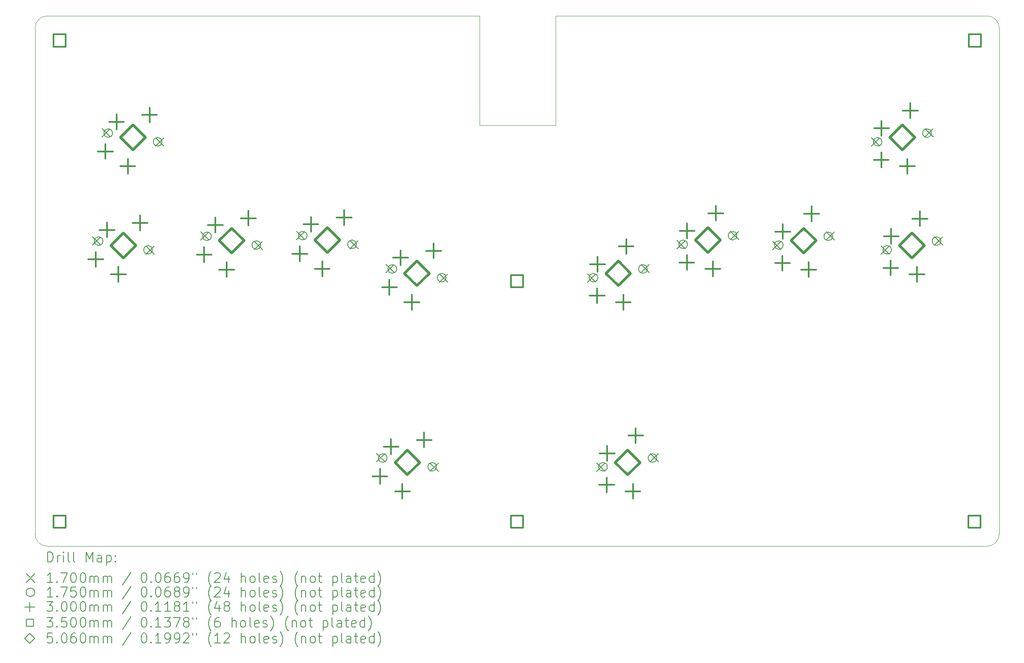
<source format=gbr>
%TF.GenerationSoftware,KiCad,Pcbnew,9.0.2-rc1*%
%TF.CreationDate,2025-07-21T22:58:39+09:00*%
%TF.ProjectId,MAXCON-zero,4d415843-4f4e-42d7-9a65-726f2e6b6963,rev?*%
%TF.SameCoordinates,Original*%
%TF.FileFunction,Drillmap*%
%TF.FilePolarity,Positive*%
%FSLAX45Y45*%
G04 Gerber Fmt 4.5, Leading zero omitted, Abs format (unit mm)*
G04 Created by KiCad (PCBNEW 9.0.2-rc1) date 2025-07-21 22:58:39*
%MOMM*%
%LPD*%
G01*
G04 APERTURE LIST*
%ADD10C,0.100000*%
%ADD11C,0.200000*%
%ADD12C,0.170000*%
%ADD13C,0.175000*%
%ADD14C,0.300000*%
%ADD15C,0.350000*%
%ADD16C,0.506000*%
G04 APERTURE END LIST*
D10*
X3917353Y-3434100D02*
X12672353Y-3434860D01*
X3667353Y-3684100D02*
X3667353Y-13939100D01*
X23192353Y-13939100D02*
G75*
G02*
X22942353Y-14189103I-250003J0D01*
G01*
X14207452Y-3434860D02*
X14207452Y-5649100D01*
X22942353Y-14189100D02*
X3917353Y-14189100D01*
X3667350Y-3684100D02*
G75*
G02*
X3917353Y-3434100I250000J0D01*
G01*
X12672353Y-3434860D02*
X12672353Y-5649100D01*
X22942353Y-3434100D02*
X14207452Y-3434860D01*
X23192353Y-13939100D02*
X23192353Y-3684100D01*
X22942353Y-3434100D02*
G75*
G02*
X23192350Y-3684100I-3J-250000D01*
G01*
X3917353Y-14189100D02*
G75*
G02*
X3667350Y-13939100I-3J250000D01*
G01*
X12672353Y-5649100D02*
X14207452Y-5649100D01*
D11*
D12*
X4829981Y-7909041D02*
X4999981Y-8079041D01*
X4999981Y-7909041D02*
X4829981Y-8079041D01*
X5022795Y-5718493D02*
X5192795Y-5888493D01*
X5192795Y-5718493D02*
X5022795Y-5888493D01*
X5913269Y-8100054D02*
X6083269Y-8270054D01*
X6083269Y-8100054D02*
X5913269Y-8270054D01*
X6106083Y-5909506D02*
X6276083Y-6079506D01*
X6276083Y-5909506D02*
X6106083Y-6079506D01*
X7023247Y-7812176D02*
X7193247Y-7982176D01*
X7193247Y-7812176D02*
X7023247Y-7982176D01*
X8106535Y-8003189D02*
X8276535Y-8173189D01*
X8276535Y-8003189D02*
X8106535Y-8173189D01*
X8960082Y-7798293D02*
X9130082Y-7968293D01*
X9130082Y-7798293D02*
X8960082Y-7968293D01*
X10043371Y-7989306D02*
X10213371Y-8159306D01*
X10213371Y-7989306D02*
X10043371Y-8159306D01*
X10582779Y-12308593D02*
X10752779Y-12478593D01*
X10752779Y-12308593D02*
X10582779Y-12478593D01*
X10775364Y-8473776D02*
X10945364Y-8643776D01*
X10945364Y-8473776D02*
X10775364Y-8643776D01*
X11666068Y-12499606D02*
X11836068Y-12669606D01*
X11836068Y-12499606D02*
X11666068Y-12669606D01*
X11858653Y-8664789D02*
X12028653Y-8834789D01*
X12028653Y-8664789D02*
X11858653Y-8834789D01*
X14850624Y-8664789D02*
X15020624Y-8834789D01*
X15020624Y-8664789D02*
X14850624Y-8834789D01*
X15043209Y-12499606D02*
X15213209Y-12669606D01*
X15213209Y-12499606D02*
X15043209Y-12669606D01*
X15933912Y-8473776D02*
X16103912Y-8643776D01*
X16103912Y-8473776D02*
X15933912Y-8643776D01*
X16126497Y-12308593D02*
X16296497Y-12478593D01*
X16296497Y-12308593D02*
X16126497Y-12478593D01*
X16665906Y-7989306D02*
X16835906Y-8159306D01*
X16835906Y-7989306D02*
X16665906Y-8159306D01*
X17749194Y-7798293D02*
X17919194Y-7968293D01*
X17919194Y-7798293D02*
X17749194Y-7968293D01*
X18602741Y-8003189D02*
X18772741Y-8173189D01*
X18772741Y-8003189D02*
X18602741Y-8173189D01*
X19686030Y-7812176D02*
X19856030Y-7982176D01*
X19856030Y-7812176D02*
X19686030Y-7982176D01*
X20603194Y-5909506D02*
X20773194Y-6079506D01*
X20773194Y-5909506D02*
X20603194Y-6079506D01*
X20796007Y-8100054D02*
X20966007Y-8270054D01*
X20966007Y-8100054D02*
X20796007Y-8270054D01*
X21686482Y-5718493D02*
X21856482Y-5888493D01*
X21856482Y-5718493D02*
X21686482Y-5888493D01*
X21879296Y-7909041D02*
X22049296Y-8079041D01*
X22049296Y-7909041D02*
X21879296Y-8079041D01*
D13*
X5043843Y-8001334D02*
G75*
G02*
X4868843Y-8001334I-87500J0D01*
G01*
X4868843Y-8001334D02*
G75*
G02*
X5043843Y-8001334I87500J0D01*
G01*
X5236657Y-5810787D02*
G75*
G02*
X5061657Y-5810787I-87500J0D01*
G01*
X5061657Y-5810787D02*
G75*
G02*
X5236657Y-5810787I87500J0D01*
G01*
X6044407Y-8177761D02*
G75*
G02*
X5869407Y-8177761I-87500J0D01*
G01*
X5869407Y-8177761D02*
G75*
G02*
X6044407Y-8177761I87500J0D01*
G01*
X6237221Y-5987213D02*
G75*
G02*
X6062221Y-5987213I-87500J0D01*
G01*
X6062221Y-5987213D02*
G75*
G02*
X6237221Y-5987213I87500J0D01*
G01*
X7237109Y-7904469D02*
G75*
G02*
X7062109Y-7904469I-87500J0D01*
G01*
X7062109Y-7904469D02*
G75*
G02*
X7237109Y-7904469I87500J0D01*
G01*
X8237673Y-8080896D02*
G75*
G02*
X8062673Y-8080896I-87500J0D01*
G01*
X8062673Y-8080896D02*
G75*
G02*
X8237673Y-8080896I87500J0D01*
G01*
X9173944Y-7890586D02*
G75*
G02*
X8998944Y-7890586I-87500J0D01*
G01*
X8998944Y-7890586D02*
G75*
G02*
X9173944Y-7890586I87500J0D01*
G01*
X10174509Y-8067013D02*
G75*
G02*
X9999509Y-8067013I-87500J0D01*
G01*
X9999509Y-8067013D02*
G75*
G02*
X10174509Y-8067013I87500J0D01*
G01*
X10796641Y-12400886D02*
G75*
G02*
X10621641Y-12400886I-87500J0D01*
G01*
X10621641Y-12400886D02*
G75*
G02*
X10796641Y-12400886I87500J0D01*
G01*
X10989226Y-8566069D02*
G75*
G02*
X10814226Y-8566069I-87500J0D01*
G01*
X10814226Y-8566069D02*
G75*
G02*
X10989226Y-8566069I87500J0D01*
G01*
X11797206Y-12577313D02*
G75*
G02*
X11622206Y-12577313I-87500J0D01*
G01*
X11622206Y-12577313D02*
G75*
G02*
X11797206Y-12577313I87500J0D01*
G01*
X11989791Y-8742496D02*
G75*
G02*
X11814791Y-8742496I-87500J0D01*
G01*
X11814791Y-8742496D02*
G75*
G02*
X11989791Y-8742496I87500J0D01*
G01*
X15064486Y-8742496D02*
G75*
G02*
X14889486Y-8742496I-87500J0D01*
G01*
X14889486Y-8742496D02*
G75*
G02*
X15064486Y-8742496I87500J0D01*
G01*
X15257071Y-12577313D02*
G75*
G02*
X15082071Y-12577313I-87500J0D01*
G01*
X15082071Y-12577313D02*
G75*
G02*
X15257071Y-12577313I87500J0D01*
G01*
X16065050Y-8566069D02*
G75*
G02*
X15890050Y-8566069I-87500J0D01*
G01*
X15890050Y-8566069D02*
G75*
G02*
X16065050Y-8566069I87500J0D01*
G01*
X16257635Y-12400886D02*
G75*
G02*
X16082635Y-12400886I-87500J0D01*
G01*
X16082635Y-12400886D02*
G75*
G02*
X16257635Y-12400886I87500J0D01*
G01*
X16879768Y-8067013D02*
G75*
G02*
X16704768Y-8067013I-87500J0D01*
G01*
X16704768Y-8067013D02*
G75*
G02*
X16879768Y-8067013I87500J0D01*
G01*
X17880332Y-7890586D02*
G75*
G02*
X17705332Y-7890586I-87500J0D01*
G01*
X17705332Y-7890586D02*
G75*
G02*
X17880332Y-7890586I87500J0D01*
G01*
X18816603Y-8080896D02*
G75*
G02*
X18641603Y-8080896I-87500J0D01*
G01*
X18641603Y-8080896D02*
G75*
G02*
X18816603Y-8080896I87500J0D01*
G01*
X19817168Y-7904469D02*
G75*
G02*
X19642168Y-7904469I-87500J0D01*
G01*
X19642168Y-7904469D02*
G75*
G02*
X19817168Y-7904469I87500J0D01*
G01*
X20817056Y-5987213D02*
G75*
G02*
X20642056Y-5987213I-87500J0D01*
G01*
X20642056Y-5987213D02*
G75*
G02*
X20817056Y-5987213I87500J0D01*
G01*
X21009869Y-8177761D02*
G75*
G02*
X20834869Y-8177761I-87500J0D01*
G01*
X20834869Y-8177761D02*
G75*
G02*
X21009869Y-8177761I87500J0D01*
G01*
X21817620Y-5810787D02*
G75*
G02*
X21642620Y-5810787I-87500J0D01*
G01*
X21642620Y-5810787D02*
G75*
G02*
X21817620Y-5810787I87500J0D01*
G01*
X22010434Y-8001334D02*
G75*
G02*
X21835434Y-8001334I-87500J0D01*
G01*
X21835434Y-8001334D02*
G75*
G02*
X22010434Y-8001334I87500J0D01*
G01*
D14*
X4899103Y-8222026D02*
X4899103Y-8522026D01*
X4749103Y-8372026D02*
X5049103Y-8372026D01*
X5091917Y-6031479D02*
X5091917Y-6331479D01*
X4941917Y-6181479D02*
X5241917Y-6181479D01*
X5125520Y-7623246D02*
X5125520Y-7923246D01*
X4975520Y-7773246D02*
X5275520Y-7773246D01*
X5318334Y-5432699D02*
X5318334Y-5732699D01*
X5168334Y-5582699D02*
X5468334Y-5582699D01*
X5353304Y-8525508D02*
X5353304Y-8825508D01*
X5203304Y-8675508D02*
X5503304Y-8675508D01*
X5546118Y-6334961D02*
X5546118Y-6634961D01*
X5396118Y-6484961D02*
X5696118Y-6484961D01*
X5794979Y-7483372D02*
X5794979Y-7783372D01*
X5644979Y-7633372D02*
X5944979Y-7633372D01*
X5987793Y-5292824D02*
X5987793Y-5592824D01*
X5837793Y-5442824D02*
X6137793Y-5442824D01*
X7092369Y-8125161D02*
X7092369Y-8425161D01*
X6942369Y-8275161D02*
X7242369Y-8275161D01*
X7318786Y-7526381D02*
X7318786Y-7826381D01*
X7168786Y-7676381D02*
X7468786Y-7676381D01*
X7546570Y-8428643D02*
X7546570Y-8728643D01*
X7396570Y-8578643D02*
X7696570Y-8578643D01*
X7988245Y-7386507D02*
X7988245Y-7686507D01*
X7838245Y-7536507D02*
X8138245Y-7536507D01*
X9029205Y-8111278D02*
X9029205Y-8411279D01*
X8879205Y-8261278D02*
X9179205Y-8261278D01*
X9255622Y-7512499D02*
X9255622Y-7812499D01*
X9105622Y-7662499D02*
X9405622Y-7662499D01*
X9483406Y-8414760D02*
X9483406Y-8714760D01*
X9333406Y-8564760D02*
X9633406Y-8564760D01*
X9925081Y-7372624D02*
X9925081Y-7672624D01*
X9775081Y-7522624D02*
X10075081Y-7522624D01*
X10651902Y-12621578D02*
X10651902Y-12921578D01*
X10501902Y-12771578D02*
X10801902Y-12771578D01*
X10844487Y-8786761D02*
X10844487Y-9086761D01*
X10694487Y-8936761D02*
X10994487Y-8936761D01*
X10878319Y-12022799D02*
X10878319Y-12322799D01*
X10728319Y-12172799D02*
X11028319Y-12172799D01*
X11070904Y-8187981D02*
X11070904Y-8487981D01*
X10920904Y-8337981D02*
X11220903Y-8337981D01*
X11106103Y-12925060D02*
X11106103Y-13225060D01*
X10956103Y-13075060D02*
X11256103Y-13075060D01*
X11298688Y-9090243D02*
X11298688Y-9390243D01*
X11148688Y-9240243D02*
X11448688Y-9240243D01*
X11547778Y-11882924D02*
X11547778Y-12182924D01*
X11397778Y-12032924D02*
X11697778Y-12032924D01*
X11740363Y-8048106D02*
X11740363Y-8348106D01*
X11590363Y-8198106D02*
X11890363Y-8198106D01*
X15049982Y-8960409D02*
X15049982Y-9260409D01*
X14899982Y-9110409D02*
X15199982Y-9110409D01*
X15057950Y-8320301D02*
X15057950Y-8620301D01*
X14907950Y-8470301D02*
X15207950Y-8470301D01*
X15242567Y-12795227D02*
X15242567Y-13095227D01*
X15092567Y-12945227D02*
X15392567Y-12945227D01*
X15250534Y-12155118D02*
X15250534Y-12455118D01*
X15100534Y-12305118D02*
X15400534Y-12305118D01*
X15580589Y-9090243D02*
X15580589Y-9390243D01*
X15430589Y-9240243D02*
X15730589Y-9240243D01*
X15639196Y-7959893D02*
X15639196Y-8259893D01*
X15489196Y-8109893D02*
X15789196Y-8109893D01*
X15773174Y-12925060D02*
X15773174Y-13225060D01*
X15623174Y-13075060D02*
X15923174Y-13075060D01*
X15831781Y-11794711D02*
X15831781Y-12094711D01*
X15681781Y-11944711D02*
X15981781Y-11944711D01*
X16865264Y-8284927D02*
X16865264Y-8584927D01*
X16715264Y-8434927D02*
X17015264Y-8434927D01*
X16873232Y-7644818D02*
X16873232Y-7944818D01*
X16723232Y-7794818D02*
X17023232Y-7794818D01*
X17395871Y-8414760D02*
X17395871Y-8714760D01*
X17245871Y-8564760D02*
X17545871Y-8564760D01*
X17454478Y-7284411D02*
X17454478Y-7584411D01*
X17304478Y-7434411D02*
X17604478Y-7434411D01*
X18802100Y-8298810D02*
X18802100Y-8598810D01*
X18652100Y-8448810D02*
X18952100Y-8448810D01*
X18810067Y-7658701D02*
X18810067Y-7958701D01*
X18660067Y-7808701D02*
X18960067Y-7808701D01*
X19332706Y-8428643D02*
X19332706Y-8728643D01*
X19182706Y-8578643D02*
X19482706Y-8578643D01*
X19391314Y-7298294D02*
X19391314Y-7598294D01*
X19241314Y-7448294D02*
X19541314Y-7448294D01*
X20802552Y-6205127D02*
X20802552Y-6505127D01*
X20652552Y-6355127D02*
X20952552Y-6355127D01*
X20810519Y-5565019D02*
X20810519Y-5865019D01*
X20660519Y-5715019D02*
X20960519Y-5715019D01*
X20995366Y-8395675D02*
X20995366Y-8695675D01*
X20845366Y-8545675D02*
X21145366Y-8545675D01*
X21003333Y-7755566D02*
X21003333Y-8055566D01*
X20853333Y-7905566D02*
X21153333Y-7905566D01*
X21333159Y-6334961D02*
X21333159Y-6634961D01*
X21183159Y-6484961D02*
X21483159Y-6484961D01*
X21391766Y-5204611D02*
X21391766Y-5504611D01*
X21241766Y-5354611D02*
X21541766Y-5354611D01*
X21525972Y-8525508D02*
X21525972Y-8825508D01*
X21375972Y-8675508D02*
X21675972Y-8675508D01*
X21584580Y-7395159D02*
X21584580Y-7695159D01*
X21434580Y-7545159D02*
X21734580Y-7545159D01*
D15*
X4291098Y-4057845D02*
X4291098Y-3810355D01*
X4043608Y-3810355D01*
X4043608Y-4057845D01*
X4291098Y-4057845D01*
X4291098Y-13812845D02*
X4291098Y-13565355D01*
X4043608Y-13565355D01*
X4043608Y-13812845D01*
X4291098Y-13812845D01*
X13553598Y-8935345D02*
X13553598Y-8687855D01*
X13306108Y-8687855D01*
X13306108Y-8935345D01*
X13553598Y-8935345D01*
X13553598Y-13812845D02*
X13553598Y-13565355D01*
X13306108Y-13565355D01*
X13306108Y-13812845D01*
X13553598Y-13812845D01*
X22816098Y-13812845D02*
X22816098Y-13565355D01*
X22568608Y-13565355D01*
X22568608Y-13812845D01*
X22816098Y-13812845D01*
X22823698Y-4057845D02*
X22823698Y-3810355D01*
X22576208Y-3810355D01*
X22576208Y-4057845D01*
X22823698Y-4057845D01*
D16*
X5456625Y-8342548D02*
X5709625Y-8089548D01*
X5456625Y-7836548D01*
X5203625Y-8089548D01*
X5456625Y-8342548D01*
X5649439Y-6152000D02*
X5902439Y-5899000D01*
X5649439Y-5646000D01*
X5396439Y-5899000D01*
X5649439Y-6152000D01*
X7649891Y-8245683D02*
X7902891Y-7992683D01*
X7649891Y-7739683D01*
X7396891Y-7992683D01*
X7649891Y-8245683D01*
X9586727Y-8231800D02*
X9839727Y-7978800D01*
X9586727Y-7725800D01*
X9333727Y-7978800D01*
X9586727Y-8231800D01*
X11209424Y-12742100D02*
X11462424Y-12489100D01*
X11209424Y-12236100D01*
X10956424Y-12489100D01*
X11209424Y-12742100D01*
X11402009Y-8907282D02*
X11655009Y-8654282D01*
X11402009Y-8401282D01*
X11149009Y-8654282D01*
X11402009Y-8907282D01*
X15477268Y-8907282D02*
X15730268Y-8654282D01*
X15477268Y-8401282D01*
X15224268Y-8654282D01*
X15477268Y-8907282D01*
X15669853Y-12742100D02*
X15922853Y-12489100D01*
X15669853Y-12236100D01*
X15416853Y-12489100D01*
X15669853Y-12742100D01*
X17292550Y-8231800D02*
X17545550Y-7978800D01*
X17292550Y-7725800D01*
X17039550Y-7978800D01*
X17292550Y-8231800D01*
X19229386Y-8245683D02*
X19482386Y-7992683D01*
X19229386Y-7739683D01*
X18976386Y-7992683D01*
X19229386Y-8245683D01*
X21229838Y-6152000D02*
X21482838Y-5899000D01*
X21229838Y-5646000D01*
X20976838Y-5899000D01*
X21229838Y-6152000D01*
X21422652Y-8342548D02*
X21675652Y-8089548D01*
X21422652Y-7836548D01*
X21169652Y-8089548D01*
X21422652Y-8342548D01*
D11*
X3923126Y-14505587D02*
X3923126Y-14305587D01*
X3923126Y-14305587D02*
X3970745Y-14305587D01*
X3970745Y-14305587D02*
X3999317Y-14315110D01*
X3999317Y-14315110D02*
X4018365Y-14334158D01*
X4018365Y-14334158D02*
X4027888Y-14353206D01*
X4027888Y-14353206D02*
X4037412Y-14391301D01*
X4037412Y-14391301D02*
X4037412Y-14419872D01*
X4037412Y-14419872D02*
X4027888Y-14457968D01*
X4027888Y-14457968D02*
X4018365Y-14477015D01*
X4018365Y-14477015D02*
X3999317Y-14496063D01*
X3999317Y-14496063D02*
X3970745Y-14505587D01*
X3970745Y-14505587D02*
X3923126Y-14505587D01*
X4123126Y-14505587D02*
X4123126Y-14372253D01*
X4123126Y-14410349D02*
X4132650Y-14391301D01*
X4132650Y-14391301D02*
X4142174Y-14381777D01*
X4142174Y-14381777D02*
X4161222Y-14372253D01*
X4161222Y-14372253D02*
X4180269Y-14372253D01*
X4246936Y-14505587D02*
X4246936Y-14372253D01*
X4246936Y-14305587D02*
X4237412Y-14315110D01*
X4237412Y-14315110D02*
X4246936Y-14324634D01*
X4246936Y-14324634D02*
X4256460Y-14315110D01*
X4256460Y-14315110D02*
X4246936Y-14305587D01*
X4246936Y-14305587D02*
X4246936Y-14324634D01*
X4370746Y-14505587D02*
X4351698Y-14496063D01*
X4351698Y-14496063D02*
X4342174Y-14477015D01*
X4342174Y-14477015D02*
X4342174Y-14305587D01*
X4475507Y-14505587D02*
X4456460Y-14496063D01*
X4456460Y-14496063D02*
X4446936Y-14477015D01*
X4446936Y-14477015D02*
X4446936Y-14305587D01*
X4704079Y-14505587D02*
X4704079Y-14305587D01*
X4704079Y-14305587D02*
X4770746Y-14448444D01*
X4770746Y-14448444D02*
X4837412Y-14305587D01*
X4837412Y-14305587D02*
X4837412Y-14505587D01*
X5018365Y-14505587D02*
X5018365Y-14400825D01*
X5018365Y-14400825D02*
X5008841Y-14381777D01*
X5008841Y-14381777D02*
X4989793Y-14372253D01*
X4989793Y-14372253D02*
X4951698Y-14372253D01*
X4951698Y-14372253D02*
X4932650Y-14381777D01*
X5018365Y-14496063D02*
X4999317Y-14505587D01*
X4999317Y-14505587D02*
X4951698Y-14505587D01*
X4951698Y-14505587D02*
X4932650Y-14496063D01*
X4932650Y-14496063D02*
X4923127Y-14477015D01*
X4923127Y-14477015D02*
X4923127Y-14457968D01*
X4923127Y-14457968D02*
X4932650Y-14438920D01*
X4932650Y-14438920D02*
X4951698Y-14429396D01*
X4951698Y-14429396D02*
X4999317Y-14429396D01*
X4999317Y-14429396D02*
X5018365Y-14419872D01*
X5113603Y-14372253D02*
X5113603Y-14572253D01*
X5113603Y-14381777D02*
X5132650Y-14372253D01*
X5132650Y-14372253D02*
X5170746Y-14372253D01*
X5170746Y-14372253D02*
X5189793Y-14381777D01*
X5189793Y-14381777D02*
X5199317Y-14391301D01*
X5199317Y-14391301D02*
X5208841Y-14410349D01*
X5208841Y-14410349D02*
X5208841Y-14467491D01*
X5208841Y-14467491D02*
X5199317Y-14486539D01*
X5199317Y-14486539D02*
X5189793Y-14496063D01*
X5189793Y-14496063D02*
X5170746Y-14505587D01*
X5170746Y-14505587D02*
X5132650Y-14505587D01*
X5132650Y-14505587D02*
X5113603Y-14496063D01*
X5294555Y-14486539D02*
X5304079Y-14496063D01*
X5304079Y-14496063D02*
X5294555Y-14505587D01*
X5294555Y-14505587D02*
X5285031Y-14496063D01*
X5285031Y-14496063D02*
X5294555Y-14486539D01*
X5294555Y-14486539D02*
X5294555Y-14505587D01*
X5294555Y-14381777D02*
X5304079Y-14391301D01*
X5304079Y-14391301D02*
X5294555Y-14400825D01*
X5294555Y-14400825D02*
X5285031Y-14391301D01*
X5285031Y-14391301D02*
X5294555Y-14381777D01*
X5294555Y-14381777D02*
X5294555Y-14400825D01*
D12*
X3492350Y-14749103D02*
X3662350Y-14919103D01*
X3662350Y-14749103D02*
X3492350Y-14919103D01*
D11*
X4027888Y-14925587D02*
X3913603Y-14925587D01*
X3970745Y-14925587D02*
X3970745Y-14725587D01*
X3970745Y-14725587D02*
X3951698Y-14754158D01*
X3951698Y-14754158D02*
X3932650Y-14773206D01*
X3932650Y-14773206D02*
X3913603Y-14782729D01*
X4113603Y-14906539D02*
X4123126Y-14916063D01*
X4123126Y-14916063D02*
X4113603Y-14925587D01*
X4113603Y-14925587D02*
X4104079Y-14916063D01*
X4104079Y-14916063D02*
X4113603Y-14906539D01*
X4113603Y-14906539D02*
X4113603Y-14925587D01*
X4189793Y-14725587D02*
X4323127Y-14725587D01*
X4323127Y-14725587D02*
X4237412Y-14925587D01*
X4437412Y-14725587D02*
X4456460Y-14725587D01*
X4456460Y-14725587D02*
X4475508Y-14735110D01*
X4475508Y-14735110D02*
X4485031Y-14744634D01*
X4485031Y-14744634D02*
X4494555Y-14763682D01*
X4494555Y-14763682D02*
X4504079Y-14801777D01*
X4504079Y-14801777D02*
X4504079Y-14849396D01*
X4504079Y-14849396D02*
X4494555Y-14887491D01*
X4494555Y-14887491D02*
X4485031Y-14906539D01*
X4485031Y-14906539D02*
X4475508Y-14916063D01*
X4475508Y-14916063D02*
X4456460Y-14925587D01*
X4456460Y-14925587D02*
X4437412Y-14925587D01*
X4437412Y-14925587D02*
X4418365Y-14916063D01*
X4418365Y-14916063D02*
X4408841Y-14906539D01*
X4408841Y-14906539D02*
X4399317Y-14887491D01*
X4399317Y-14887491D02*
X4389793Y-14849396D01*
X4389793Y-14849396D02*
X4389793Y-14801777D01*
X4389793Y-14801777D02*
X4399317Y-14763682D01*
X4399317Y-14763682D02*
X4408841Y-14744634D01*
X4408841Y-14744634D02*
X4418365Y-14735110D01*
X4418365Y-14735110D02*
X4437412Y-14725587D01*
X4627888Y-14725587D02*
X4646936Y-14725587D01*
X4646936Y-14725587D02*
X4665984Y-14735110D01*
X4665984Y-14735110D02*
X4675508Y-14744634D01*
X4675508Y-14744634D02*
X4685031Y-14763682D01*
X4685031Y-14763682D02*
X4694555Y-14801777D01*
X4694555Y-14801777D02*
X4694555Y-14849396D01*
X4694555Y-14849396D02*
X4685031Y-14887491D01*
X4685031Y-14887491D02*
X4675508Y-14906539D01*
X4675508Y-14906539D02*
X4665984Y-14916063D01*
X4665984Y-14916063D02*
X4646936Y-14925587D01*
X4646936Y-14925587D02*
X4627888Y-14925587D01*
X4627888Y-14925587D02*
X4608841Y-14916063D01*
X4608841Y-14916063D02*
X4599317Y-14906539D01*
X4599317Y-14906539D02*
X4589793Y-14887491D01*
X4589793Y-14887491D02*
X4580269Y-14849396D01*
X4580269Y-14849396D02*
X4580269Y-14801777D01*
X4580269Y-14801777D02*
X4589793Y-14763682D01*
X4589793Y-14763682D02*
X4599317Y-14744634D01*
X4599317Y-14744634D02*
X4608841Y-14735110D01*
X4608841Y-14735110D02*
X4627888Y-14725587D01*
X4780269Y-14925587D02*
X4780269Y-14792253D01*
X4780269Y-14811301D02*
X4789793Y-14801777D01*
X4789793Y-14801777D02*
X4808841Y-14792253D01*
X4808841Y-14792253D02*
X4837412Y-14792253D01*
X4837412Y-14792253D02*
X4856460Y-14801777D01*
X4856460Y-14801777D02*
X4865984Y-14820825D01*
X4865984Y-14820825D02*
X4865984Y-14925587D01*
X4865984Y-14820825D02*
X4875508Y-14801777D01*
X4875508Y-14801777D02*
X4894555Y-14792253D01*
X4894555Y-14792253D02*
X4923127Y-14792253D01*
X4923127Y-14792253D02*
X4942174Y-14801777D01*
X4942174Y-14801777D02*
X4951698Y-14820825D01*
X4951698Y-14820825D02*
X4951698Y-14925587D01*
X5046936Y-14925587D02*
X5046936Y-14792253D01*
X5046936Y-14811301D02*
X5056460Y-14801777D01*
X5056460Y-14801777D02*
X5075508Y-14792253D01*
X5075508Y-14792253D02*
X5104079Y-14792253D01*
X5104079Y-14792253D02*
X5123127Y-14801777D01*
X5123127Y-14801777D02*
X5132650Y-14820825D01*
X5132650Y-14820825D02*
X5132650Y-14925587D01*
X5132650Y-14820825D02*
X5142174Y-14801777D01*
X5142174Y-14801777D02*
X5161222Y-14792253D01*
X5161222Y-14792253D02*
X5189793Y-14792253D01*
X5189793Y-14792253D02*
X5208841Y-14801777D01*
X5208841Y-14801777D02*
X5218365Y-14820825D01*
X5218365Y-14820825D02*
X5218365Y-14925587D01*
X5608841Y-14716063D02*
X5437412Y-14973206D01*
X5865984Y-14725587D02*
X5885031Y-14725587D01*
X5885031Y-14725587D02*
X5904079Y-14735110D01*
X5904079Y-14735110D02*
X5913603Y-14744634D01*
X5913603Y-14744634D02*
X5923127Y-14763682D01*
X5923127Y-14763682D02*
X5932650Y-14801777D01*
X5932650Y-14801777D02*
X5932650Y-14849396D01*
X5932650Y-14849396D02*
X5923127Y-14887491D01*
X5923127Y-14887491D02*
X5913603Y-14906539D01*
X5913603Y-14906539D02*
X5904079Y-14916063D01*
X5904079Y-14916063D02*
X5885031Y-14925587D01*
X5885031Y-14925587D02*
X5865984Y-14925587D01*
X5865984Y-14925587D02*
X5846936Y-14916063D01*
X5846936Y-14916063D02*
X5837412Y-14906539D01*
X5837412Y-14906539D02*
X5827889Y-14887491D01*
X5827889Y-14887491D02*
X5818365Y-14849396D01*
X5818365Y-14849396D02*
X5818365Y-14801777D01*
X5818365Y-14801777D02*
X5827889Y-14763682D01*
X5827889Y-14763682D02*
X5837412Y-14744634D01*
X5837412Y-14744634D02*
X5846936Y-14735110D01*
X5846936Y-14735110D02*
X5865984Y-14725587D01*
X6018365Y-14906539D02*
X6027889Y-14916063D01*
X6027889Y-14916063D02*
X6018365Y-14925587D01*
X6018365Y-14925587D02*
X6008841Y-14916063D01*
X6008841Y-14916063D02*
X6018365Y-14906539D01*
X6018365Y-14906539D02*
X6018365Y-14925587D01*
X6151698Y-14725587D02*
X6170746Y-14725587D01*
X6170746Y-14725587D02*
X6189793Y-14735110D01*
X6189793Y-14735110D02*
X6199317Y-14744634D01*
X6199317Y-14744634D02*
X6208841Y-14763682D01*
X6208841Y-14763682D02*
X6218365Y-14801777D01*
X6218365Y-14801777D02*
X6218365Y-14849396D01*
X6218365Y-14849396D02*
X6208841Y-14887491D01*
X6208841Y-14887491D02*
X6199317Y-14906539D01*
X6199317Y-14906539D02*
X6189793Y-14916063D01*
X6189793Y-14916063D02*
X6170746Y-14925587D01*
X6170746Y-14925587D02*
X6151698Y-14925587D01*
X6151698Y-14925587D02*
X6132650Y-14916063D01*
X6132650Y-14916063D02*
X6123127Y-14906539D01*
X6123127Y-14906539D02*
X6113603Y-14887491D01*
X6113603Y-14887491D02*
X6104079Y-14849396D01*
X6104079Y-14849396D02*
X6104079Y-14801777D01*
X6104079Y-14801777D02*
X6113603Y-14763682D01*
X6113603Y-14763682D02*
X6123127Y-14744634D01*
X6123127Y-14744634D02*
X6132650Y-14735110D01*
X6132650Y-14735110D02*
X6151698Y-14725587D01*
X6389793Y-14725587D02*
X6351698Y-14725587D01*
X6351698Y-14725587D02*
X6332650Y-14735110D01*
X6332650Y-14735110D02*
X6323127Y-14744634D01*
X6323127Y-14744634D02*
X6304079Y-14773206D01*
X6304079Y-14773206D02*
X6294555Y-14811301D01*
X6294555Y-14811301D02*
X6294555Y-14887491D01*
X6294555Y-14887491D02*
X6304079Y-14906539D01*
X6304079Y-14906539D02*
X6313603Y-14916063D01*
X6313603Y-14916063D02*
X6332650Y-14925587D01*
X6332650Y-14925587D02*
X6370746Y-14925587D01*
X6370746Y-14925587D02*
X6389793Y-14916063D01*
X6389793Y-14916063D02*
X6399317Y-14906539D01*
X6399317Y-14906539D02*
X6408841Y-14887491D01*
X6408841Y-14887491D02*
X6408841Y-14839872D01*
X6408841Y-14839872D02*
X6399317Y-14820825D01*
X6399317Y-14820825D02*
X6389793Y-14811301D01*
X6389793Y-14811301D02*
X6370746Y-14801777D01*
X6370746Y-14801777D02*
X6332650Y-14801777D01*
X6332650Y-14801777D02*
X6313603Y-14811301D01*
X6313603Y-14811301D02*
X6304079Y-14820825D01*
X6304079Y-14820825D02*
X6294555Y-14839872D01*
X6580270Y-14725587D02*
X6542174Y-14725587D01*
X6542174Y-14725587D02*
X6523127Y-14735110D01*
X6523127Y-14735110D02*
X6513603Y-14744634D01*
X6513603Y-14744634D02*
X6494555Y-14773206D01*
X6494555Y-14773206D02*
X6485031Y-14811301D01*
X6485031Y-14811301D02*
X6485031Y-14887491D01*
X6485031Y-14887491D02*
X6494555Y-14906539D01*
X6494555Y-14906539D02*
X6504079Y-14916063D01*
X6504079Y-14916063D02*
X6523127Y-14925587D01*
X6523127Y-14925587D02*
X6561222Y-14925587D01*
X6561222Y-14925587D02*
X6580270Y-14916063D01*
X6580270Y-14916063D02*
X6589793Y-14906539D01*
X6589793Y-14906539D02*
X6599317Y-14887491D01*
X6599317Y-14887491D02*
X6599317Y-14839872D01*
X6599317Y-14839872D02*
X6589793Y-14820825D01*
X6589793Y-14820825D02*
X6580270Y-14811301D01*
X6580270Y-14811301D02*
X6561222Y-14801777D01*
X6561222Y-14801777D02*
X6523127Y-14801777D01*
X6523127Y-14801777D02*
X6504079Y-14811301D01*
X6504079Y-14811301D02*
X6494555Y-14820825D01*
X6494555Y-14820825D02*
X6485031Y-14839872D01*
X6694555Y-14925587D02*
X6732650Y-14925587D01*
X6732650Y-14925587D02*
X6751698Y-14916063D01*
X6751698Y-14916063D02*
X6761222Y-14906539D01*
X6761222Y-14906539D02*
X6780270Y-14877968D01*
X6780270Y-14877968D02*
X6789793Y-14839872D01*
X6789793Y-14839872D02*
X6789793Y-14763682D01*
X6789793Y-14763682D02*
X6780270Y-14744634D01*
X6780270Y-14744634D02*
X6770746Y-14735110D01*
X6770746Y-14735110D02*
X6751698Y-14725587D01*
X6751698Y-14725587D02*
X6713603Y-14725587D01*
X6713603Y-14725587D02*
X6694555Y-14735110D01*
X6694555Y-14735110D02*
X6685031Y-14744634D01*
X6685031Y-14744634D02*
X6675508Y-14763682D01*
X6675508Y-14763682D02*
X6675508Y-14811301D01*
X6675508Y-14811301D02*
X6685031Y-14830349D01*
X6685031Y-14830349D02*
X6694555Y-14839872D01*
X6694555Y-14839872D02*
X6713603Y-14849396D01*
X6713603Y-14849396D02*
X6751698Y-14849396D01*
X6751698Y-14849396D02*
X6770746Y-14839872D01*
X6770746Y-14839872D02*
X6780270Y-14830349D01*
X6780270Y-14830349D02*
X6789793Y-14811301D01*
X6865984Y-14725587D02*
X6865984Y-14763682D01*
X6942174Y-14725587D02*
X6942174Y-14763682D01*
X7237413Y-15001777D02*
X7227889Y-14992253D01*
X7227889Y-14992253D02*
X7208841Y-14963682D01*
X7208841Y-14963682D02*
X7199317Y-14944634D01*
X7199317Y-14944634D02*
X7189793Y-14916063D01*
X7189793Y-14916063D02*
X7180270Y-14868444D01*
X7180270Y-14868444D02*
X7180270Y-14830349D01*
X7180270Y-14830349D02*
X7189793Y-14782729D01*
X7189793Y-14782729D02*
X7199317Y-14754158D01*
X7199317Y-14754158D02*
X7208841Y-14735110D01*
X7208841Y-14735110D02*
X7227889Y-14706539D01*
X7227889Y-14706539D02*
X7237413Y-14697015D01*
X7304079Y-14744634D02*
X7313603Y-14735110D01*
X7313603Y-14735110D02*
X7332651Y-14725587D01*
X7332651Y-14725587D02*
X7380270Y-14725587D01*
X7380270Y-14725587D02*
X7399317Y-14735110D01*
X7399317Y-14735110D02*
X7408841Y-14744634D01*
X7408841Y-14744634D02*
X7418365Y-14763682D01*
X7418365Y-14763682D02*
X7418365Y-14782729D01*
X7418365Y-14782729D02*
X7408841Y-14811301D01*
X7408841Y-14811301D02*
X7294555Y-14925587D01*
X7294555Y-14925587D02*
X7418365Y-14925587D01*
X7589793Y-14792253D02*
X7589793Y-14925587D01*
X7542174Y-14716063D02*
X7494555Y-14858920D01*
X7494555Y-14858920D02*
X7618365Y-14858920D01*
X7846936Y-14925587D02*
X7846936Y-14725587D01*
X7932651Y-14925587D02*
X7932651Y-14820825D01*
X7932651Y-14820825D02*
X7923127Y-14801777D01*
X7923127Y-14801777D02*
X7904079Y-14792253D01*
X7904079Y-14792253D02*
X7875508Y-14792253D01*
X7875508Y-14792253D02*
X7856460Y-14801777D01*
X7856460Y-14801777D02*
X7846936Y-14811301D01*
X8056460Y-14925587D02*
X8037413Y-14916063D01*
X8037413Y-14916063D02*
X8027889Y-14906539D01*
X8027889Y-14906539D02*
X8018365Y-14887491D01*
X8018365Y-14887491D02*
X8018365Y-14830349D01*
X8018365Y-14830349D02*
X8027889Y-14811301D01*
X8027889Y-14811301D02*
X8037413Y-14801777D01*
X8037413Y-14801777D02*
X8056460Y-14792253D01*
X8056460Y-14792253D02*
X8085032Y-14792253D01*
X8085032Y-14792253D02*
X8104079Y-14801777D01*
X8104079Y-14801777D02*
X8113603Y-14811301D01*
X8113603Y-14811301D02*
X8123127Y-14830349D01*
X8123127Y-14830349D02*
X8123127Y-14887491D01*
X8123127Y-14887491D02*
X8113603Y-14906539D01*
X8113603Y-14906539D02*
X8104079Y-14916063D01*
X8104079Y-14916063D02*
X8085032Y-14925587D01*
X8085032Y-14925587D02*
X8056460Y-14925587D01*
X8237413Y-14925587D02*
X8218365Y-14916063D01*
X8218365Y-14916063D02*
X8208841Y-14897015D01*
X8208841Y-14897015D02*
X8208841Y-14725587D01*
X8389794Y-14916063D02*
X8370746Y-14925587D01*
X8370746Y-14925587D02*
X8332651Y-14925587D01*
X8332651Y-14925587D02*
X8313603Y-14916063D01*
X8313603Y-14916063D02*
X8304079Y-14897015D01*
X8304079Y-14897015D02*
X8304079Y-14820825D01*
X8304079Y-14820825D02*
X8313603Y-14801777D01*
X8313603Y-14801777D02*
X8332651Y-14792253D01*
X8332651Y-14792253D02*
X8370746Y-14792253D01*
X8370746Y-14792253D02*
X8389794Y-14801777D01*
X8389794Y-14801777D02*
X8399317Y-14820825D01*
X8399317Y-14820825D02*
X8399317Y-14839872D01*
X8399317Y-14839872D02*
X8304079Y-14858920D01*
X8475508Y-14916063D02*
X8494556Y-14925587D01*
X8494556Y-14925587D02*
X8532651Y-14925587D01*
X8532651Y-14925587D02*
X8551698Y-14916063D01*
X8551698Y-14916063D02*
X8561222Y-14897015D01*
X8561222Y-14897015D02*
X8561222Y-14887491D01*
X8561222Y-14887491D02*
X8551698Y-14868444D01*
X8551698Y-14868444D02*
X8532651Y-14858920D01*
X8532651Y-14858920D02*
X8504079Y-14858920D01*
X8504079Y-14858920D02*
X8485032Y-14849396D01*
X8485032Y-14849396D02*
X8475508Y-14830349D01*
X8475508Y-14830349D02*
X8475508Y-14820825D01*
X8475508Y-14820825D02*
X8485032Y-14801777D01*
X8485032Y-14801777D02*
X8504079Y-14792253D01*
X8504079Y-14792253D02*
X8532651Y-14792253D01*
X8532651Y-14792253D02*
X8551698Y-14801777D01*
X8627889Y-15001777D02*
X8637413Y-14992253D01*
X8637413Y-14992253D02*
X8656460Y-14963682D01*
X8656460Y-14963682D02*
X8665984Y-14944634D01*
X8665984Y-14944634D02*
X8675508Y-14916063D01*
X8675508Y-14916063D02*
X8685032Y-14868444D01*
X8685032Y-14868444D02*
X8685032Y-14830349D01*
X8685032Y-14830349D02*
X8675508Y-14782729D01*
X8675508Y-14782729D02*
X8665984Y-14754158D01*
X8665984Y-14754158D02*
X8656460Y-14735110D01*
X8656460Y-14735110D02*
X8637413Y-14706539D01*
X8637413Y-14706539D02*
X8627889Y-14697015D01*
X8989794Y-15001777D02*
X8980270Y-14992253D01*
X8980270Y-14992253D02*
X8961222Y-14963682D01*
X8961222Y-14963682D02*
X8951698Y-14944634D01*
X8951698Y-14944634D02*
X8942175Y-14916063D01*
X8942175Y-14916063D02*
X8932651Y-14868444D01*
X8932651Y-14868444D02*
X8932651Y-14830349D01*
X8932651Y-14830349D02*
X8942175Y-14782729D01*
X8942175Y-14782729D02*
X8951698Y-14754158D01*
X8951698Y-14754158D02*
X8961222Y-14735110D01*
X8961222Y-14735110D02*
X8980270Y-14706539D01*
X8980270Y-14706539D02*
X8989794Y-14697015D01*
X9065984Y-14792253D02*
X9065984Y-14925587D01*
X9065984Y-14811301D02*
X9075508Y-14801777D01*
X9075508Y-14801777D02*
X9094556Y-14792253D01*
X9094556Y-14792253D02*
X9123127Y-14792253D01*
X9123127Y-14792253D02*
X9142175Y-14801777D01*
X9142175Y-14801777D02*
X9151698Y-14820825D01*
X9151698Y-14820825D02*
X9151698Y-14925587D01*
X9275508Y-14925587D02*
X9256460Y-14916063D01*
X9256460Y-14916063D02*
X9246937Y-14906539D01*
X9246937Y-14906539D02*
X9237413Y-14887491D01*
X9237413Y-14887491D02*
X9237413Y-14830349D01*
X9237413Y-14830349D02*
X9246937Y-14811301D01*
X9246937Y-14811301D02*
X9256460Y-14801777D01*
X9256460Y-14801777D02*
X9275508Y-14792253D01*
X9275508Y-14792253D02*
X9304079Y-14792253D01*
X9304079Y-14792253D02*
X9323127Y-14801777D01*
X9323127Y-14801777D02*
X9332651Y-14811301D01*
X9332651Y-14811301D02*
X9342175Y-14830349D01*
X9342175Y-14830349D02*
X9342175Y-14887491D01*
X9342175Y-14887491D02*
X9332651Y-14906539D01*
X9332651Y-14906539D02*
X9323127Y-14916063D01*
X9323127Y-14916063D02*
X9304079Y-14925587D01*
X9304079Y-14925587D02*
X9275508Y-14925587D01*
X9399318Y-14792253D02*
X9475508Y-14792253D01*
X9427889Y-14725587D02*
X9427889Y-14897015D01*
X9427889Y-14897015D02*
X9437413Y-14916063D01*
X9437413Y-14916063D02*
X9456460Y-14925587D01*
X9456460Y-14925587D02*
X9475508Y-14925587D01*
X9694556Y-14792253D02*
X9694556Y-14992253D01*
X9694556Y-14801777D02*
X9713603Y-14792253D01*
X9713603Y-14792253D02*
X9751699Y-14792253D01*
X9751699Y-14792253D02*
X9770746Y-14801777D01*
X9770746Y-14801777D02*
X9780270Y-14811301D01*
X9780270Y-14811301D02*
X9789794Y-14830349D01*
X9789794Y-14830349D02*
X9789794Y-14887491D01*
X9789794Y-14887491D02*
X9780270Y-14906539D01*
X9780270Y-14906539D02*
X9770746Y-14916063D01*
X9770746Y-14916063D02*
X9751699Y-14925587D01*
X9751699Y-14925587D02*
X9713603Y-14925587D01*
X9713603Y-14925587D02*
X9694556Y-14916063D01*
X9904079Y-14925587D02*
X9885032Y-14916063D01*
X9885032Y-14916063D02*
X9875508Y-14897015D01*
X9875508Y-14897015D02*
X9875508Y-14725587D01*
X10065984Y-14925587D02*
X10065984Y-14820825D01*
X10065984Y-14820825D02*
X10056460Y-14801777D01*
X10056460Y-14801777D02*
X10037413Y-14792253D01*
X10037413Y-14792253D02*
X9999318Y-14792253D01*
X9999318Y-14792253D02*
X9980270Y-14801777D01*
X10065984Y-14916063D02*
X10046937Y-14925587D01*
X10046937Y-14925587D02*
X9999318Y-14925587D01*
X9999318Y-14925587D02*
X9980270Y-14916063D01*
X9980270Y-14916063D02*
X9970746Y-14897015D01*
X9970746Y-14897015D02*
X9970746Y-14877968D01*
X9970746Y-14877968D02*
X9980270Y-14858920D01*
X9980270Y-14858920D02*
X9999318Y-14849396D01*
X9999318Y-14849396D02*
X10046937Y-14849396D01*
X10046937Y-14849396D02*
X10065984Y-14839872D01*
X10132651Y-14792253D02*
X10208841Y-14792253D01*
X10161222Y-14725587D02*
X10161222Y-14897015D01*
X10161222Y-14897015D02*
X10170746Y-14916063D01*
X10170746Y-14916063D02*
X10189794Y-14925587D01*
X10189794Y-14925587D02*
X10208841Y-14925587D01*
X10351699Y-14916063D02*
X10332651Y-14925587D01*
X10332651Y-14925587D02*
X10294556Y-14925587D01*
X10294556Y-14925587D02*
X10275508Y-14916063D01*
X10275508Y-14916063D02*
X10265984Y-14897015D01*
X10265984Y-14897015D02*
X10265984Y-14820825D01*
X10265984Y-14820825D02*
X10275508Y-14801777D01*
X10275508Y-14801777D02*
X10294556Y-14792253D01*
X10294556Y-14792253D02*
X10332651Y-14792253D01*
X10332651Y-14792253D02*
X10351699Y-14801777D01*
X10351699Y-14801777D02*
X10361222Y-14820825D01*
X10361222Y-14820825D02*
X10361222Y-14839872D01*
X10361222Y-14839872D02*
X10265984Y-14858920D01*
X10532651Y-14925587D02*
X10532651Y-14725587D01*
X10532651Y-14916063D02*
X10513603Y-14925587D01*
X10513603Y-14925587D02*
X10475508Y-14925587D01*
X10475508Y-14925587D02*
X10456460Y-14916063D01*
X10456460Y-14916063D02*
X10446937Y-14906539D01*
X10446937Y-14906539D02*
X10437413Y-14887491D01*
X10437413Y-14887491D02*
X10437413Y-14830349D01*
X10437413Y-14830349D02*
X10446937Y-14811301D01*
X10446937Y-14811301D02*
X10456460Y-14801777D01*
X10456460Y-14801777D02*
X10475508Y-14792253D01*
X10475508Y-14792253D02*
X10513603Y-14792253D01*
X10513603Y-14792253D02*
X10532651Y-14801777D01*
X10608841Y-15001777D02*
X10618365Y-14992253D01*
X10618365Y-14992253D02*
X10637413Y-14963682D01*
X10637413Y-14963682D02*
X10646937Y-14944634D01*
X10646937Y-14944634D02*
X10656460Y-14916063D01*
X10656460Y-14916063D02*
X10665984Y-14868444D01*
X10665984Y-14868444D02*
X10665984Y-14830349D01*
X10665984Y-14830349D02*
X10656460Y-14782729D01*
X10656460Y-14782729D02*
X10646937Y-14754158D01*
X10646937Y-14754158D02*
X10637413Y-14735110D01*
X10637413Y-14735110D02*
X10618365Y-14706539D01*
X10618365Y-14706539D02*
X10608841Y-14697015D01*
D13*
X3662350Y-15124103D02*
G75*
G02*
X3487350Y-15124103I-87500J0D01*
G01*
X3487350Y-15124103D02*
G75*
G02*
X3662350Y-15124103I87500J0D01*
G01*
D11*
X4027888Y-15215587D02*
X3913603Y-15215587D01*
X3970745Y-15215587D02*
X3970745Y-15015587D01*
X3970745Y-15015587D02*
X3951698Y-15044158D01*
X3951698Y-15044158D02*
X3932650Y-15063206D01*
X3932650Y-15063206D02*
X3913603Y-15072729D01*
X4113603Y-15196539D02*
X4123126Y-15206063D01*
X4123126Y-15206063D02*
X4113603Y-15215587D01*
X4113603Y-15215587D02*
X4104079Y-15206063D01*
X4104079Y-15206063D02*
X4113603Y-15196539D01*
X4113603Y-15196539D02*
X4113603Y-15215587D01*
X4189793Y-15015587D02*
X4323127Y-15015587D01*
X4323127Y-15015587D02*
X4237412Y-15215587D01*
X4494555Y-15015587D02*
X4399317Y-15015587D01*
X4399317Y-15015587D02*
X4389793Y-15110825D01*
X4389793Y-15110825D02*
X4399317Y-15101301D01*
X4399317Y-15101301D02*
X4418365Y-15091777D01*
X4418365Y-15091777D02*
X4465984Y-15091777D01*
X4465984Y-15091777D02*
X4485031Y-15101301D01*
X4485031Y-15101301D02*
X4494555Y-15110825D01*
X4494555Y-15110825D02*
X4504079Y-15129872D01*
X4504079Y-15129872D02*
X4504079Y-15177491D01*
X4504079Y-15177491D02*
X4494555Y-15196539D01*
X4494555Y-15196539D02*
X4485031Y-15206063D01*
X4485031Y-15206063D02*
X4465984Y-15215587D01*
X4465984Y-15215587D02*
X4418365Y-15215587D01*
X4418365Y-15215587D02*
X4399317Y-15206063D01*
X4399317Y-15206063D02*
X4389793Y-15196539D01*
X4627888Y-15015587D02*
X4646936Y-15015587D01*
X4646936Y-15015587D02*
X4665984Y-15025110D01*
X4665984Y-15025110D02*
X4675508Y-15034634D01*
X4675508Y-15034634D02*
X4685031Y-15053682D01*
X4685031Y-15053682D02*
X4694555Y-15091777D01*
X4694555Y-15091777D02*
X4694555Y-15139396D01*
X4694555Y-15139396D02*
X4685031Y-15177491D01*
X4685031Y-15177491D02*
X4675508Y-15196539D01*
X4675508Y-15196539D02*
X4665984Y-15206063D01*
X4665984Y-15206063D02*
X4646936Y-15215587D01*
X4646936Y-15215587D02*
X4627888Y-15215587D01*
X4627888Y-15215587D02*
X4608841Y-15206063D01*
X4608841Y-15206063D02*
X4599317Y-15196539D01*
X4599317Y-15196539D02*
X4589793Y-15177491D01*
X4589793Y-15177491D02*
X4580269Y-15139396D01*
X4580269Y-15139396D02*
X4580269Y-15091777D01*
X4580269Y-15091777D02*
X4589793Y-15053682D01*
X4589793Y-15053682D02*
X4599317Y-15034634D01*
X4599317Y-15034634D02*
X4608841Y-15025110D01*
X4608841Y-15025110D02*
X4627888Y-15015587D01*
X4780269Y-15215587D02*
X4780269Y-15082253D01*
X4780269Y-15101301D02*
X4789793Y-15091777D01*
X4789793Y-15091777D02*
X4808841Y-15082253D01*
X4808841Y-15082253D02*
X4837412Y-15082253D01*
X4837412Y-15082253D02*
X4856460Y-15091777D01*
X4856460Y-15091777D02*
X4865984Y-15110825D01*
X4865984Y-15110825D02*
X4865984Y-15215587D01*
X4865984Y-15110825D02*
X4875508Y-15091777D01*
X4875508Y-15091777D02*
X4894555Y-15082253D01*
X4894555Y-15082253D02*
X4923127Y-15082253D01*
X4923127Y-15082253D02*
X4942174Y-15091777D01*
X4942174Y-15091777D02*
X4951698Y-15110825D01*
X4951698Y-15110825D02*
X4951698Y-15215587D01*
X5046936Y-15215587D02*
X5046936Y-15082253D01*
X5046936Y-15101301D02*
X5056460Y-15091777D01*
X5056460Y-15091777D02*
X5075508Y-15082253D01*
X5075508Y-15082253D02*
X5104079Y-15082253D01*
X5104079Y-15082253D02*
X5123127Y-15091777D01*
X5123127Y-15091777D02*
X5132650Y-15110825D01*
X5132650Y-15110825D02*
X5132650Y-15215587D01*
X5132650Y-15110825D02*
X5142174Y-15091777D01*
X5142174Y-15091777D02*
X5161222Y-15082253D01*
X5161222Y-15082253D02*
X5189793Y-15082253D01*
X5189793Y-15082253D02*
X5208841Y-15091777D01*
X5208841Y-15091777D02*
X5218365Y-15110825D01*
X5218365Y-15110825D02*
X5218365Y-15215587D01*
X5608841Y-15006063D02*
X5437412Y-15263206D01*
X5865984Y-15015587D02*
X5885031Y-15015587D01*
X5885031Y-15015587D02*
X5904079Y-15025110D01*
X5904079Y-15025110D02*
X5913603Y-15034634D01*
X5913603Y-15034634D02*
X5923127Y-15053682D01*
X5923127Y-15053682D02*
X5932650Y-15091777D01*
X5932650Y-15091777D02*
X5932650Y-15139396D01*
X5932650Y-15139396D02*
X5923127Y-15177491D01*
X5923127Y-15177491D02*
X5913603Y-15196539D01*
X5913603Y-15196539D02*
X5904079Y-15206063D01*
X5904079Y-15206063D02*
X5885031Y-15215587D01*
X5885031Y-15215587D02*
X5865984Y-15215587D01*
X5865984Y-15215587D02*
X5846936Y-15206063D01*
X5846936Y-15206063D02*
X5837412Y-15196539D01*
X5837412Y-15196539D02*
X5827889Y-15177491D01*
X5827889Y-15177491D02*
X5818365Y-15139396D01*
X5818365Y-15139396D02*
X5818365Y-15091777D01*
X5818365Y-15091777D02*
X5827889Y-15053682D01*
X5827889Y-15053682D02*
X5837412Y-15034634D01*
X5837412Y-15034634D02*
X5846936Y-15025110D01*
X5846936Y-15025110D02*
X5865984Y-15015587D01*
X6018365Y-15196539D02*
X6027889Y-15206063D01*
X6027889Y-15206063D02*
X6018365Y-15215587D01*
X6018365Y-15215587D02*
X6008841Y-15206063D01*
X6008841Y-15206063D02*
X6018365Y-15196539D01*
X6018365Y-15196539D02*
X6018365Y-15215587D01*
X6151698Y-15015587D02*
X6170746Y-15015587D01*
X6170746Y-15015587D02*
X6189793Y-15025110D01*
X6189793Y-15025110D02*
X6199317Y-15034634D01*
X6199317Y-15034634D02*
X6208841Y-15053682D01*
X6208841Y-15053682D02*
X6218365Y-15091777D01*
X6218365Y-15091777D02*
X6218365Y-15139396D01*
X6218365Y-15139396D02*
X6208841Y-15177491D01*
X6208841Y-15177491D02*
X6199317Y-15196539D01*
X6199317Y-15196539D02*
X6189793Y-15206063D01*
X6189793Y-15206063D02*
X6170746Y-15215587D01*
X6170746Y-15215587D02*
X6151698Y-15215587D01*
X6151698Y-15215587D02*
X6132650Y-15206063D01*
X6132650Y-15206063D02*
X6123127Y-15196539D01*
X6123127Y-15196539D02*
X6113603Y-15177491D01*
X6113603Y-15177491D02*
X6104079Y-15139396D01*
X6104079Y-15139396D02*
X6104079Y-15091777D01*
X6104079Y-15091777D02*
X6113603Y-15053682D01*
X6113603Y-15053682D02*
X6123127Y-15034634D01*
X6123127Y-15034634D02*
X6132650Y-15025110D01*
X6132650Y-15025110D02*
X6151698Y-15015587D01*
X6389793Y-15015587D02*
X6351698Y-15015587D01*
X6351698Y-15015587D02*
X6332650Y-15025110D01*
X6332650Y-15025110D02*
X6323127Y-15034634D01*
X6323127Y-15034634D02*
X6304079Y-15063206D01*
X6304079Y-15063206D02*
X6294555Y-15101301D01*
X6294555Y-15101301D02*
X6294555Y-15177491D01*
X6294555Y-15177491D02*
X6304079Y-15196539D01*
X6304079Y-15196539D02*
X6313603Y-15206063D01*
X6313603Y-15206063D02*
X6332650Y-15215587D01*
X6332650Y-15215587D02*
X6370746Y-15215587D01*
X6370746Y-15215587D02*
X6389793Y-15206063D01*
X6389793Y-15206063D02*
X6399317Y-15196539D01*
X6399317Y-15196539D02*
X6408841Y-15177491D01*
X6408841Y-15177491D02*
X6408841Y-15129872D01*
X6408841Y-15129872D02*
X6399317Y-15110825D01*
X6399317Y-15110825D02*
X6389793Y-15101301D01*
X6389793Y-15101301D02*
X6370746Y-15091777D01*
X6370746Y-15091777D02*
X6332650Y-15091777D01*
X6332650Y-15091777D02*
X6313603Y-15101301D01*
X6313603Y-15101301D02*
X6304079Y-15110825D01*
X6304079Y-15110825D02*
X6294555Y-15129872D01*
X6523127Y-15101301D02*
X6504079Y-15091777D01*
X6504079Y-15091777D02*
X6494555Y-15082253D01*
X6494555Y-15082253D02*
X6485031Y-15063206D01*
X6485031Y-15063206D02*
X6485031Y-15053682D01*
X6485031Y-15053682D02*
X6494555Y-15034634D01*
X6494555Y-15034634D02*
X6504079Y-15025110D01*
X6504079Y-15025110D02*
X6523127Y-15015587D01*
X6523127Y-15015587D02*
X6561222Y-15015587D01*
X6561222Y-15015587D02*
X6580270Y-15025110D01*
X6580270Y-15025110D02*
X6589793Y-15034634D01*
X6589793Y-15034634D02*
X6599317Y-15053682D01*
X6599317Y-15053682D02*
X6599317Y-15063206D01*
X6599317Y-15063206D02*
X6589793Y-15082253D01*
X6589793Y-15082253D02*
X6580270Y-15091777D01*
X6580270Y-15091777D02*
X6561222Y-15101301D01*
X6561222Y-15101301D02*
X6523127Y-15101301D01*
X6523127Y-15101301D02*
X6504079Y-15110825D01*
X6504079Y-15110825D02*
X6494555Y-15120349D01*
X6494555Y-15120349D02*
X6485031Y-15139396D01*
X6485031Y-15139396D02*
X6485031Y-15177491D01*
X6485031Y-15177491D02*
X6494555Y-15196539D01*
X6494555Y-15196539D02*
X6504079Y-15206063D01*
X6504079Y-15206063D02*
X6523127Y-15215587D01*
X6523127Y-15215587D02*
X6561222Y-15215587D01*
X6561222Y-15215587D02*
X6580270Y-15206063D01*
X6580270Y-15206063D02*
X6589793Y-15196539D01*
X6589793Y-15196539D02*
X6599317Y-15177491D01*
X6599317Y-15177491D02*
X6599317Y-15139396D01*
X6599317Y-15139396D02*
X6589793Y-15120349D01*
X6589793Y-15120349D02*
X6580270Y-15110825D01*
X6580270Y-15110825D02*
X6561222Y-15101301D01*
X6694555Y-15215587D02*
X6732650Y-15215587D01*
X6732650Y-15215587D02*
X6751698Y-15206063D01*
X6751698Y-15206063D02*
X6761222Y-15196539D01*
X6761222Y-15196539D02*
X6780270Y-15167968D01*
X6780270Y-15167968D02*
X6789793Y-15129872D01*
X6789793Y-15129872D02*
X6789793Y-15053682D01*
X6789793Y-15053682D02*
X6780270Y-15034634D01*
X6780270Y-15034634D02*
X6770746Y-15025110D01*
X6770746Y-15025110D02*
X6751698Y-15015587D01*
X6751698Y-15015587D02*
X6713603Y-15015587D01*
X6713603Y-15015587D02*
X6694555Y-15025110D01*
X6694555Y-15025110D02*
X6685031Y-15034634D01*
X6685031Y-15034634D02*
X6675508Y-15053682D01*
X6675508Y-15053682D02*
X6675508Y-15101301D01*
X6675508Y-15101301D02*
X6685031Y-15120349D01*
X6685031Y-15120349D02*
X6694555Y-15129872D01*
X6694555Y-15129872D02*
X6713603Y-15139396D01*
X6713603Y-15139396D02*
X6751698Y-15139396D01*
X6751698Y-15139396D02*
X6770746Y-15129872D01*
X6770746Y-15129872D02*
X6780270Y-15120349D01*
X6780270Y-15120349D02*
X6789793Y-15101301D01*
X6865984Y-15015587D02*
X6865984Y-15053682D01*
X6942174Y-15015587D02*
X6942174Y-15053682D01*
X7237413Y-15291777D02*
X7227889Y-15282253D01*
X7227889Y-15282253D02*
X7208841Y-15253682D01*
X7208841Y-15253682D02*
X7199317Y-15234634D01*
X7199317Y-15234634D02*
X7189793Y-15206063D01*
X7189793Y-15206063D02*
X7180270Y-15158444D01*
X7180270Y-15158444D02*
X7180270Y-15120349D01*
X7180270Y-15120349D02*
X7189793Y-15072729D01*
X7189793Y-15072729D02*
X7199317Y-15044158D01*
X7199317Y-15044158D02*
X7208841Y-15025110D01*
X7208841Y-15025110D02*
X7227889Y-14996539D01*
X7227889Y-14996539D02*
X7237413Y-14987015D01*
X7304079Y-15034634D02*
X7313603Y-15025110D01*
X7313603Y-15025110D02*
X7332651Y-15015587D01*
X7332651Y-15015587D02*
X7380270Y-15015587D01*
X7380270Y-15015587D02*
X7399317Y-15025110D01*
X7399317Y-15025110D02*
X7408841Y-15034634D01*
X7408841Y-15034634D02*
X7418365Y-15053682D01*
X7418365Y-15053682D02*
X7418365Y-15072729D01*
X7418365Y-15072729D02*
X7408841Y-15101301D01*
X7408841Y-15101301D02*
X7294555Y-15215587D01*
X7294555Y-15215587D02*
X7418365Y-15215587D01*
X7589793Y-15082253D02*
X7589793Y-15215587D01*
X7542174Y-15006063D02*
X7494555Y-15148920D01*
X7494555Y-15148920D02*
X7618365Y-15148920D01*
X7846936Y-15215587D02*
X7846936Y-15015587D01*
X7932651Y-15215587D02*
X7932651Y-15110825D01*
X7932651Y-15110825D02*
X7923127Y-15091777D01*
X7923127Y-15091777D02*
X7904079Y-15082253D01*
X7904079Y-15082253D02*
X7875508Y-15082253D01*
X7875508Y-15082253D02*
X7856460Y-15091777D01*
X7856460Y-15091777D02*
X7846936Y-15101301D01*
X8056460Y-15215587D02*
X8037413Y-15206063D01*
X8037413Y-15206063D02*
X8027889Y-15196539D01*
X8027889Y-15196539D02*
X8018365Y-15177491D01*
X8018365Y-15177491D02*
X8018365Y-15120349D01*
X8018365Y-15120349D02*
X8027889Y-15101301D01*
X8027889Y-15101301D02*
X8037413Y-15091777D01*
X8037413Y-15091777D02*
X8056460Y-15082253D01*
X8056460Y-15082253D02*
X8085032Y-15082253D01*
X8085032Y-15082253D02*
X8104079Y-15091777D01*
X8104079Y-15091777D02*
X8113603Y-15101301D01*
X8113603Y-15101301D02*
X8123127Y-15120349D01*
X8123127Y-15120349D02*
X8123127Y-15177491D01*
X8123127Y-15177491D02*
X8113603Y-15196539D01*
X8113603Y-15196539D02*
X8104079Y-15206063D01*
X8104079Y-15206063D02*
X8085032Y-15215587D01*
X8085032Y-15215587D02*
X8056460Y-15215587D01*
X8237413Y-15215587D02*
X8218365Y-15206063D01*
X8218365Y-15206063D02*
X8208841Y-15187015D01*
X8208841Y-15187015D02*
X8208841Y-15015587D01*
X8389794Y-15206063D02*
X8370746Y-15215587D01*
X8370746Y-15215587D02*
X8332651Y-15215587D01*
X8332651Y-15215587D02*
X8313603Y-15206063D01*
X8313603Y-15206063D02*
X8304079Y-15187015D01*
X8304079Y-15187015D02*
X8304079Y-15110825D01*
X8304079Y-15110825D02*
X8313603Y-15091777D01*
X8313603Y-15091777D02*
X8332651Y-15082253D01*
X8332651Y-15082253D02*
X8370746Y-15082253D01*
X8370746Y-15082253D02*
X8389794Y-15091777D01*
X8389794Y-15091777D02*
X8399317Y-15110825D01*
X8399317Y-15110825D02*
X8399317Y-15129872D01*
X8399317Y-15129872D02*
X8304079Y-15148920D01*
X8475508Y-15206063D02*
X8494556Y-15215587D01*
X8494556Y-15215587D02*
X8532651Y-15215587D01*
X8532651Y-15215587D02*
X8551698Y-15206063D01*
X8551698Y-15206063D02*
X8561222Y-15187015D01*
X8561222Y-15187015D02*
X8561222Y-15177491D01*
X8561222Y-15177491D02*
X8551698Y-15158444D01*
X8551698Y-15158444D02*
X8532651Y-15148920D01*
X8532651Y-15148920D02*
X8504079Y-15148920D01*
X8504079Y-15148920D02*
X8485032Y-15139396D01*
X8485032Y-15139396D02*
X8475508Y-15120349D01*
X8475508Y-15120349D02*
X8475508Y-15110825D01*
X8475508Y-15110825D02*
X8485032Y-15091777D01*
X8485032Y-15091777D02*
X8504079Y-15082253D01*
X8504079Y-15082253D02*
X8532651Y-15082253D01*
X8532651Y-15082253D02*
X8551698Y-15091777D01*
X8627889Y-15291777D02*
X8637413Y-15282253D01*
X8637413Y-15282253D02*
X8656460Y-15253682D01*
X8656460Y-15253682D02*
X8665984Y-15234634D01*
X8665984Y-15234634D02*
X8675508Y-15206063D01*
X8675508Y-15206063D02*
X8685032Y-15158444D01*
X8685032Y-15158444D02*
X8685032Y-15120349D01*
X8685032Y-15120349D02*
X8675508Y-15072729D01*
X8675508Y-15072729D02*
X8665984Y-15044158D01*
X8665984Y-15044158D02*
X8656460Y-15025110D01*
X8656460Y-15025110D02*
X8637413Y-14996539D01*
X8637413Y-14996539D02*
X8627889Y-14987015D01*
X8989794Y-15291777D02*
X8980270Y-15282253D01*
X8980270Y-15282253D02*
X8961222Y-15253682D01*
X8961222Y-15253682D02*
X8951698Y-15234634D01*
X8951698Y-15234634D02*
X8942175Y-15206063D01*
X8942175Y-15206063D02*
X8932651Y-15158444D01*
X8932651Y-15158444D02*
X8932651Y-15120349D01*
X8932651Y-15120349D02*
X8942175Y-15072729D01*
X8942175Y-15072729D02*
X8951698Y-15044158D01*
X8951698Y-15044158D02*
X8961222Y-15025110D01*
X8961222Y-15025110D02*
X8980270Y-14996539D01*
X8980270Y-14996539D02*
X8989794Y-14987015D01*
X9065984Y-15082253D02*
X9065984Y-15215587D01*
X9065984Y-15101301D02*
X9075508Y-15091777D01*
X9075508Y-15091777D02*
X9094556Y-15082253D01*
X9094556Y-15082253D02*
X9123127Y-15082253D01*
X9123127Y-15082253D02*
X9142175Y-15091777D01*
X9142175Y-15091777D02*
X9151698Y-15110825D01*
X9151698Y-15110825D02*
X9151698Y-15215587D01*
X9275508Y-15215587D02*
X9256460Y-15206063D01*
X9256460Y-15206063D02*
X9246937Y-15196539D01*
X9246937Y-15196539D02*
X9237413Y-15177491D01*
X9237413Y-15177491D02*
X9237413Y-15120349D01*
X9237413Y-15120349D02*
X9246937Y-15101301D01*
X9246937Y-15101301D02*
X9256460Y-15091777D01*
X9256460Y-15091777D02*
X9275508Y-15082253D01*
X9275508Y-15082253D02*
X9304079Y-15082253D01*
X9304079Y-15082253D02*
X9323127Y-15091777D01*
X9323127Y-15091777D02*
X9332651Y-15101301D01*
X9332651Y-15101301D02*
X9342175Y-15120349D01*
X9342175Y-15120349D02*
X9342175Y-15177491D01*
X9342175Y-15177491D02*
X9332651Y-15196539D01*
X9332651Y-15196539D02*
X9323127Y-15206063D01*
X9323127Y-15206063D02*
X9304079Y-15215587D01*
X9304079Y-15215587D02*
X9275508Y-15215587D01*
X9399318Y-15082253D02*
X9475508Y-15082253D01*
X9427889Y-15015587D02*
X9427889Y-15187015D01*
X9427889Y-15187015D02*
X9437413Y-15206063D01*
X9437413Y-15206063D02*
X9456460Y-15215587D01*
X9456460Y-15215587D02*
X9475508Y-15215587D01*
X9694556Y-15082253D02*
X9694556Y-15282253D01*
X9694556Y-15091777D02*
X9713603Y-15082253D01*
X9713603Y-15082253D02*
X9751699Y-15082253D01*
X9751699Y-15082253D02*
X9770746Y-15091777D01*
X9770746Y-15091777D02*
X9780270Y-15101301D01*
X9780270Y-15101301D02*
X9789794Y-15120349D01*
X9789794Y-15120349D02*
X9789794Y-15177491D01*
X9789794Y-15177491D02*
X9780270Y-15196539D01*
X9780270Y-15196539D02*
X9770746Y-15206063D01*
X9770746Y-15206063D02*
X9751699Y-15215587D01*
X9751699Y-15215587D02*
X9713603Y-15215587D01*
X9713603Y-15215587D02*
X9694556Y-15206063D01*
X9904079Y-15215587D02*
X9885032Y-15206063D01*
X9885032Y-15206063D02*
X9875508Y-15187015D01*
X9875508Y-15187015D02*
X9875508Y-15015587D01*
X10065984Y-15215587D02*
X10065984Y-15110825D01*
X10065984Y-15110825D02*
X10056460Y-15091777D01*
X10056460Y-15091777D02*
X10037413Y-15082253D01*
X10037413Y-15082253D02*
X9999318Y-15082253D01*
X9999318Y-15082253D02*
X9980270Y-15091777D01*
X10065984Y-15206063D02*
X10046937Y-15215587D01*
X10046937Y-15215587D02*
X9999318Y-15215587D01*
X9999318Y-15215587D02*
X9980270Y-15206063D01*
X9980270Y-15206063D02*
X9970746Y-15187015D01*
X9970746Y-15187015D02*
X9970746Y-15167968D01*
X9970746Y-15167968D02*
X9980270Y-15148920D01*
X9980270Y-15148920D02*
X9999318Y-15139396D01*
X9999318Y-15139396D02*
X10046937Y-15139396D01*
X10046937Y-15139396D02*
X10065984Y-15129872D01*
X10132651Y-15082253D02*
X10208841Y-15082253D01*
X10161222Y-15015587D02*
X10161222Y-15187015D01*
X10161222Y-15187015D02*
X10170746Y-15206063D01*
X10170746Y-15206063D02*
X10189794Y-15215587D01*
X10189794Y-15215587D02*
X10208841Y-15215587D01*
X10351699Y-15206063D02*
X10332651Y-15215587D01*
X10332651Y-15215587D02*
X10294556Y-15215587D01*
X10294556Y-15215587D02*
X10275508Y-15206063D01*
X10275508Y-15206063D02*
X10265984Y-15187015D01*
X10265984Y-15187015D02*
X10265984Y-15110825D01*
X10265984Y-15110825D02*
X10275508Y-15091777D01*
X10275508Y-15091777D02*
X10294556Y-15082253D01*
X10294556Y-15082253D02*
X10332651Y-15082253D01*
X10332651Y-15082253D02*
X10351699Y-15091777D01*
X10351699Y-15091777D02*
X10361222Y-15110825D01*
X10361222Y-15110825D02*
X10361222Y-15129872D01*
X10361222Y-15129872D02*
X10265984Y-15148920D01*
X10532651Y-15215587D02*
X10532651Y-15015587D01*
X10532651Y-15206063D02*
X10513603Y-15215587D01*
X10513603Y-15215587D02*
X10475508Y-15215587D01*
X10475508Y-15215587D02*
X10456460Y-15206063D01*
X10456460Y-15206063D02*
X10446937Y-15196539D01*
X10446937Y-15196539D02*
X10437413Y-15177491D01*
X10437413Y-15177491D02*
X10437413Y-15120349D01*
X10437413Y-15120349D02*
X10446937Y-15101301D01*
X10446937Y-15101301D02*
X10456460Y-15091777D01*
X10456460Y-15091777D02*
X10475508Y-15082253D01*
X10475508Y-15082253D02*
X10513603Y-15082253D01*
X10513603Y-15082253D02*
X10532651Y-15091777D01*
X10608841Y-15291777D02*
X10618365Y-15282253D01*
X10618365Y-15282253D02*
X10637413Y-15253682D01*
X10637413Y-15253682D02*
X10646937Y-15234634D01*
X10646937Y-15234634D02*
X10656460Y-15206063D01*
X10656460Y-15206063D02*
X10665984Y-15158444D01*
X10665984Y-15158444D02*
X10665984Y-15120349D01*
X10665984Y-15120349D02*
X10656460Y-15072729D01*
X10656460Y-15072729D02*
X10646937Y-15044158D01*
X10646937Y-15044158D02*
X10637413Y-15025110D01*
X10637413Y-15025110D02*
X10618365Y-14996539D01*
X10618365Y-14996539D02*
X10608841Y-14987015D01*
X3562350Y-15319103D02*
X3562350Y-15519103D01*
X3462350Y-15419103D02*
X3662350Y-15419103D01*
X3904079Y-15310587D02*
X4027888Y-15310587D01*
X4027888Y-15310587D02*
X3961222Y-15386777D01*
X3961222Y-15386777D02*
X3989793Y-15386777D01*
X3989793Y-15386777D02*
X4008841Y-15396301D01*
X4008841Y-15396301D02*
X4018365Y-15405825D01*
X4018365Y-15405825D02*
X4027888Y-15424872D01*
X4027888Y-15424872D02*
X4027888Y-15472491D01*
X4027888Y-15472491D02*
X4018365Y-15491539D01*
X4018365Y-15491539D02*
X4008841Y-15501063D01*
X4008841Y-15501063D02*
X3989793Y-15510587D01*
X3989793Y-15510587D02*
X3932650Y-15510587D01*
X3932650Y-15510587D02*
X3913603Y-15501063D01*
X3913603Y-15501063D02*
X3904079Y-15491539D01*
X4113603Y-15491539D02*
X4123126Y-15501063D01*
X4123126Y-15501063D02*
X4113603Y-15510587D01*
X4113603Y-15510587D02*
X4104079Y-15501063D01*
X4104079Y-15501063D02*
X4113603Y-15491539D01*
X4113603Y-15491539D02*
X4113603Y-15510587D01*
X4246936Y-15310587D02*
X4265984Y-15310587D01*
X4265984Y-15310587D02*
X4285031Y-15320110D01*
X4285031Y-15320110D02*
X4294555Y-15329634D01*
X4294555Y-15329634D02*
X4304079Y-15348682D01*
X4304079Y-15348682D02*
X4313603Y-15386777D01*
X4313603Y-15386777D02*
X4313603Y-15434396D01*
X4313603Y-15434396D02*
X4304079Y-15472491D01*
X4304079Y-15472491D02*
X4294555Y-15491539D01*
X4294555Y-15491539D02*
X4285031Y-15501063D01*
X4285031Y-15501063D02*
X4265984Y-15510587D01*
X4265984Y-15510587D02*
X4246936Y-15510587D01*
X4246936Y-15510587D02*
X4227888Y-15501063D01*
X4227888Y-15501063D02*
X4218365Y-15491539D01*
X4218365Y-15491539D02*
X4208841Y-15472491D01*
X4208841Y-15472491D02*
X4199317Y-15434396D01*
X4199317Y-15434396D02*
X4199317Y-15386777D01*
X4199317Y-15386777D02*
X4208841Y-15348682D01*
X4208841Y-15348682D02*
X4218365Y-15329634D01*
X4218365Y-15329634D02*
X4227888Y-15320110D01*
X4227888Y-15320110D02*
X4246936Y-15310587D01*
X4437412Y-15310587D02*
X4456460Y-15310587D01*
X4456460Y-15310587D02*
X4475508Y-15320110D01*
X4475508Y-15320110D02*
X4485031Y-15329634D01*
X4485031Y-15329634D02*
X4494555Y-15348682D01*
X4494555Y-15348682D02*
X4504079Y-15386777D01*
X4504079Y-15386777D02*
X4504079Y-15434396D01*
X4504079Y-15434396D02*
X4494555Y-15472491D01*
X4494555Y-15472491D02*
X4485031Y-15491539D01*
X4485031Y-15491539D02*
X4475508Y-15501063D01*
X4475508Y-15501063D02*
X4456460Y-15510587D01*
X4456460Y-15510587D02*
X4437412Y-15510587D01*
X4437412Y-15510587D02*
X4418365Y-15501063D01*
X4418365Y-15501063D02*
X4408841Y-15491539D01*
X4408841Y-15491539D02*
X4399317Y-15472491D01*
X4399317Y-15472491D02*
X4389793Y-15434396D01*
X4389793Y-15434396D02*
X4389793Y-15386777D01*
X4389793Y-15386777D02*
X4399317Y-15348682D01*
X4399317Y-15348682D02*
X4408841Y-15329634D01*
X4408841Y-15329634D02*
X4418365Y-15320110D01*
X4418365Y-15320110D02*
X4437412Y-15310587D01*
X4627888Y-15310587D02*
X4646936Y-15310587D01*
X4646936Y-15310587D02*
X4665984Y-15320110D01*
X4665984Y-15320110D02*
X4675508Y-15329634D01*
X4675508Y-15329634D02*
X4685031Y-15348682D01*
X4685031Y-15348682D02*
X4694555Y-15386777D01*
X4694555Y-15386777D02*
X4694555Y-15434396D01*
X4694555Y-15434396D02*
X4685031Y-15472491D01*
X4685031Y-15472491D02*
X4675508Y-15491539D01*
X4675508Y-15491539D02*
X4665984Y-15501063D01*
X4665984Y-15501063D02*
X4646936Y-15510587D01*
X4646936Y-15510587D02*
X4627888Y-15510587D01*
X4627888Y-15510587D02*
X4608841Y-15501063D01*
X4608841Y-15501063D02*
X4599317Y-15491539D01*
X4599317Y-15491539D02*
X4589793Y-15472491D01*
X4589793Y-15472491D02*
X4580269Y-15434396D01*
X4580269Y-15434396D02*
X4580269Y-15386777D01*
X4580269Y-15386777D02*
X4589793Y-15348682D01*
X4589793Y-15348682D02*
X4599317Y-15329634D01*
X4599317Y-15329634D02*
X4608841Y-15320110D01*
X4608841Y-15320110D02*
X4627888Y-15310587D01*
X4780269Y-15510587D02*
X4780269Y-15377253D01*
X4780269Y-15396301D02*
X4789793Y-15386777D01*
X4789793Y-15386777D02*
X4808841Y-15377253D01*
X4808841Y-15377253D02*
X4837412Y-15377253D01*
X4837412Y-15377253D02*
X4856460Y-15386777D01*
X4856460Y-15386777D02*
X4865984Y-15405825D01*
X4865984Y-15405825D02*
X4865984Y-15510587D01*
X4865984Y-15405825D02*
X4875508Y-15386777D01*
X4875508Y-15386777D02*
X4894555Y-15377253D01*
X4894555Y-15377253D02*
X4923127Y-15377253D01*
X4923127Y-15377253D02*
X4942174Y-15386777D01*
X4942174Y-15386777D02*
X4951698Y-15405825D01*
X4951698Y-15405825D02*
X4951698Y-15510587D01*
X5046936Y-15510587D02*
X5046936Y-15377253D01*
X5046936Y-15396301D02*
X5056460Y-15386777D01*
X5056460Y-15386777D02*
X5075508Y-15377253D01*
X5075508Y-15377253D02*
X5104079Y-15377253D01*
X5104079Y-15377253D02*
X5123127Y-15386777D01*
X5123127Y-15386777D02*
X5132650Y-15405825D01*
X5132650Y-15405825D02*
X5132650Y-15510587D01*
X5132650Y-15405825D02*
X5142174Y-15386777D01*
X5142174Y-15386777D02*
X5161222Y-15377253D01*
X5161222Y-15377253D02*
X5189793Y-15377253D01*
X5189793Y-15377253D02*
X5208841Y-15386777D01*
X5208841Y-15386777D02*
X5218365Y-15405825D01*
X5218365Y-15405825D02*
X5218365Y-15510587D01*
X5608841Y-15301063D02*
X5437412Y-15558206D01*
X5865984Y-15310587D02*
X5885031Y-15310587D01*
X5885031Y-15310587D02*
X5904079Y-15320110D01*
X5904079Y-15320110D02*
X5913603Y-15329634D01*
X5913603Y-15329634D02*
X5923127Y-15348682D01*
X5923127Y-15348682D02*
X5932650Y-15386777D01*
X5932650Y-15386777D02*
X5932650Y-15434396D01*
X5932650Y-15434396D02*
X5923127Y-15472491D01*
X5923127Y-15472491D02*
X5913603Y-15491539D01*
X5913603Y-15491539D02*
X5904079Y-15501063D01*
X5904079Y-15501063D02*
X5885031Y-15510587D01*
X5885031Y-15510587D02*
X5865984Y-15510587D01*
X5865984Y-15510587D02*
X5846936Y-15501063D01*
X5846936Y-15501063D02*
X5837412Y-15491539D01*
X5837412Y-15491539D02*
X5827889Y-15472491D01*
X5827889Y-15472491D02*
X5818365Y-15434396D01*
X5818365Y-15434396D02*
X5818365Y-15386777D01*
X5818365Y-15386777D02*
X5827889Y-15348682D01*
X5827889Y-15348682D02*
X5837412Y-15329634D01*
X5837412Y-15329634D02*
X5846936Y-15320110D01*
X5846936Y-15320110D02*
X5865984Y-15310587D01*
X6018365Y-15491539D02*
X6027889Y-15501063D01*
X6027889Y-15501063D02*
X6018365Y-15510587D01*
X6018365Y-15510587D02*
X6008841Y-15501063D01*
X6008841Y-15501063D02*
X6018365Y-15491539D01*
X6018365Y-15491539D02*
X6018365Y-15510587D01*
X6218365Y-15510587D02*
X6104079Y-15510587D01*
X6161222Y-15510587D02*
X6161222Y-15310587D01*
X6161222Y-15310587D02*
X6142174Y-15339158D01*
X6142174Y-15339158D02*
X6123127Y-15358206D01*
X6123127Y-15358206D02*
X6104079Y-15367729D01*
X6408841Y-15510587D02*
X6294555Y-15510587D01*
X6351698Y-15510587D02*
X6351698Y-15310587D01*
X6351698Y-15310587D02*
X6332650Y-15339158D01*
X6332650Y-15339158D02*
X6313603Y-15358206D01*
X6313603Y-15358206D02*
X6294555Y-15367729D01*
X6523127Y-15396301D02*
X6504079Y-15386777D01*
X6504079Y-15386777D02*
X6494555Y-15377253D01*
X6494555Y-15377253D02*
X6485031Y-15358206D01*
X6485031Y-15358206D02*
X6485031Y-15348682D01*
X6485031Y-15348682D02*
X6494555Y-15329634D01*
X6494555Y-15329634D02*
X6504079Y-15320110D01*
X6504079Y-15320110D02*
X6523127Y-15310587D01*
X6523127Y-15310587D02*
X6561222Y-15310587D01*
X6561222Y-15310587D02*
X6580270Y-15320110D01*
X6580270Y-15320110D02*
X6589793Y-15329634D01*
X6589793Y-15329634D02*
X6599317Y-15348682D01*
X6599317Y-15348682D02*
X6599317Y-15358206D01*
X6599317Y-15358206D02*
X6589793Y-15377253D01*
X6589793Y-15377253D02*
X6580270Y-15386777D01*
X6580270Y-15386777D02*
X6561222Y-15396301D01*
X6561222Y-15396301D02*
X6523127Y-15396301D01*
X6523127Y-15396301D02*
X6504079Y-15405825D01*
X6504079Y-15405825D02*
X6494555Y-15415349D01*
X6494555Y-15415349D02*
X6485031Y-15434396D01*
X6485031Y-15434396D02*
X6485031Y-15472491D01*
X6485031Y-15472491D02*
X6494555Y-15491539D01*
X6494555Y-15491539D02*
X6504079Y-15501063D01*
X6504079Y-15501063D02*
X6523127Y-15510587D01*
X6523127Y-15510587D02*
X6561222Y-15510587D01*
X6561222Y-15510587D02*
X6580270Y-15501063D01*
X6580270Y-15501063D02*
X6589793Y-15491539D01*
X6589793Y-15491539D02*
X6599317Y-15472491D01*
X6599317Y-15472491D02*
X6599317Y-15434396D01*
X6599317Y-15434396D02*
X6589793Y-15415349D01*
X6589793Y-15415349D02*
X6580270Y-15405825D01*
X6580270Y-15405825D02*
X6561222Y-15396301D01*
X6789793Y-15510587D02*
X6675508Y-15510587D01*
X6732650Y-15510587D02*
X6732650Y-15310587D01*
X6732650Y-15310587D02*
X6713603Y-15339158D01*
X6713603Y-15339158D02*
X6694555Y-15358206D01*
X6694555Y-15358206D02*
X6675508Y-15367729D01*
X6865984Y-15310587D02*
X6865984Y-15348682D01*
X6942174Y-15310587D02*
X6942174Y-15348682D01*
X7237413Y-15586777D02*
X7227889Y-15577253D01*
X7227889Y-15577253D02*
X7208841Y-15548682D01*
X7208841Y-15548682D02*
X7199317Y-15529634D01*
X7199317Y-15529634D02*
X7189793Y-15501063D01*
X7189793Y-15501063D02*
X7180270Y-15453444D01*
X7180270Y-15453444D02*
X7180270Y-15415349D01*
X7180270Y-15415349D02*
X7189793Y-15367729D01*
X7189793Y-15367729D02*
X7199317Y-15339158D01*
X7199317Y-15339158D02*
X7208841Y-15320110D01*
X7208841Y-15320110D02*
X7227889Y-15291539D01*
X7227889Y-15291539D02*
X7237413Y-15282015D01*
X7399317Y-15377253D02*
X7399317Y-15510587D01*
X7351698Y-15301063D02*
X7304079Y-15443920D01*
X7304079Y-15443920D02*
X7427889Y-15443920D01*
X7532651Y-15396301D02*
X7513603Y-15386777D01*
X7513603Y-15386777D02*
X7504079Y-15377253D01*
X7504079Y-15377253D02*
X7494555Y-15358206D01*
X7494555Y-15358206D02*
X7494555Y-15348682D01*
X7494555Y-15348682D02*
X7504079Y-15329634D01*
X7504079Y-15329634D02*
X7513603Y-15320110D01*
X7513603Y-15320110D02*
X7532651Y-15310587D01*
X7532651Y-15310587D02*
X7570746Y-15310587D01*
X7570746Y-15310587D02*
X7589793Y-15320110D01*
X7589793Y-15320110D02*
X7599317Y-15329634D01*
X7599317Y-15329634D02*
X7608841Y-15348682D01*
X7608841Y-15348682D02*
X7608841Y-15358206D01*
X7608841Y-15358206D02*
X7599317Y-15377253D01*
X7599317Y-15377253D02*
X7589793Y-15386777D01*
X7589793Y-15386777D02*
X7570746Y-15396301D01*
X7570746Y-15396301D02*
X7532651Y-15396301D01*
X7532651Y-15396301D02*
X7513603Y-15405825D01*
X7513603Y-15405825D02*
X7504079Y-15415349D01*
X7504079Y-15415349D02*
X7494555Y-15434396D01*
X7494555Y-15434396D02*
X7494555Y-15472491D01*
X7494555Y-15472491D02*
X7504079Y-15491539D01*
X7504079Y-15491539D02*
X7513603Y-15501063D01*
X7513603Y-15501063D02*
X7532651Y-15510587D01*
X7532651Y-15510587D02*
X7570746Y-15510587D01*
X7570746Y-15510587D02*
X7589793Y-15501063D01*
X7589793Y-15501063D02*
X7599317Y-15491539D01*
X7599317Y-15491539D02*
X7608841Y-15472491D01*
X7608841Y-15472491D02*
X7608841Y-15434396D01*
X7608841Y-15434396D02*
X7599317Y-15415349D01*
X7599317Y-15415349D02*
X7589793Y-15405825D01*
X7589793Y-15405825D02*
X7570746Y-15396301D01*
X7846936Y-15510587D02*
X7846936Y-15310587D01*
X7932651Y-15510587D02*
X7932651Y-15405825D01*
X7932651Y-15405825D02*
X7923127Y-15386777D01*
X7923127Y-15386777D02*
X7904079Y-15377253D01*
X7904079Y-15377253D02*
X7875508Y-15377253D01*
X7875508Y-15377253D02*
X7856460Y-15386777D01*
X7856460Y-15386777D02*
X7846936Y-15396301D01*
X8056460Y-15510587D02*
X8037413Y-15501063D01*
X8037413Y-15501063D02*
X8027889Y-15491539D01*
X8027889Y-15491539D02*
X8018365Y-15472491D01*
X8018365Y-15472491D02*
X8018365Y-15415349D01*
X8018365Y-15415349D02*
X8027889Y-15396301D01*
X8027889Y-15396301D02*
X8037413Y-15386777D01*
X8037413Y-15386777D02*
X8056460Y-15377253D01*
X8056460Y-15377253D02*
X8085032Y-15377253D01*
X8085032Y-15377253D02*
X8104079Y-15386777D01*
X8104079Y-15386777D02*
X8113603Y-15396301D01*
X8113603Y-15396301D02*
X8123127Y-15415349D01*
X8123127Y-15415349D02*
X8123127Y-15472491D01*
X8123127Y-15472491D02*
X8113603Y-15491539D01*
X8113603Y-15491539D02*
X8104079Y-15501063D01*
X8104079Y-15501063D02*
X8085032Y-15510587D01*
X8085032Y-15510587D02*
X8056460Y-15510587D01*
X8237413Y-15510587D02*
X8218365Y-15501063D01*
X8218365Y-15501063D02*
X8208841Y-15482015D01*
X8208841Y-15482015D02*
X8208841Y-15310587D01*
X8389794Y-15501063D02*
X8370746Y-15510587D01*
X8370746Y-15510587D02*
X8332651Y-15510587D01*
X8332651Y-15510587D02*
X8313603Y-15501063D01*
X8313603Y-15501063D02*
X8304079Y-15482015D01*
X8304079Y-15482015D02*
X8304079Y-15405825D01*
X8304079Y-15405825D02*
X8313603Y-15386777D01*
X8313603Y-15386777D02*
X8332651Y-15377253D01*
X8332651Y-15377253D02*
X8370746Y-15377253D01*
X8370746Y-15377253D02*
X8389794Y-15386777D01*
X8389794Y-15386777D02*
X8399317Y-15405825D01*
X8399317Y-15405825D02*
X8399317Y-15424872D01*
X8399317Y-15424872D02*
X8304079Y-15443920D01*
X8475508Y-15501063D02*
X8494556Y-15510587D01*
X8494556Y-15510587D02*
X8532651Y-15510587D01*
X8532651Y-15510587D02*
X8551698Y-15501063D01*
X8551698Y-15501063D02*
X8561222Y-15482015D01*
X8561222Y-15482015D02*
X8561222Y-15472491D01*
X8561222Y-15472491D02*
X8551698Y-15453444D01*
X8551698Y-15453444D02*
X8532651Y-15443920D01*
X8532651Y-15443920D02*
X8504079Y-15443920D01*
X8504079Y-15443920D02*
X8485032Y-15434396D01*
X8485032Y-15434396D02*
X8475508Y-15415349D01*
X8475508Y-15415349D02*
X8475508Y-15405825D01*
X8475508Y-15405825D02*
X8485032Y-15386777D01*
X8485032Y-15386777D02*
X8504079Y-15377253D01*
X8504079Y-15377253D02*
X8532651Y-15377253D01*
X8532651Y-15377253D02*
X8551698Y-15386777D01*
X8627889Y-15586777D02*
X8637413Y-15577253D01*
X8637413Y-15577253D02*
X8656460Y-15548682D01*
X8656460Y-15548682D02*
X8665984Y-15529634D01*
X8665984Y-15529634D02*
X8675508Y-15501063D01*
X8675508Y-15501063D02*
X8685032Y-15453444D01*
X8685032Y-15453444D02*
X8685032Y-15415349D01*
X8685032Y-15415349D02*
X8675508Y-15367729D01*
X8675508Y-15367729D02*
X8665984Y-15339158D01*
X8665984Y-15339158D02*
X8656460Y-15320110D01*
X8656460Y-15320110D02*
X8637413Y-15291539D01*
X8637413Y-15291539D02*
X8627889Y-15282015D01*
X8989794Y-15586777D02*
X8980270Y-15577253D01*
X8980270Y-15577253D02*
X8961222Y-15548682D01*
X8961222Y-15548682D02*
X8951698Y-15529634D01*
X8951698Y-15529634D02*
X8942175Y-15501063D01*
X8942175Y-15501063D02*
X8932651Y-15453444D01*
X8932651Y-15453444D02*
X8932651Y-15415349D01*
X8932651Y-15415349D02*
X8942175Y-15367729D01*
X8942175Y-15367729D02*
X8951698Y-15339158D01*
X8951698Y-15339158D02*
X8961222Y-15320110D01*
X8961222Y-15320110D02*
X8980270Y-15291539D01*
X8980270Y-15291539D02*
X8989794Y-15282015D01*
X9065984Y-15377253D02*
X9065984Y-15510587D01*
X9065984Y-15396301D02*
X9075508Y-15386777D01*
X9075508Y-15386777D02*
X9094556Y-15377253D01*
X9094556Y-15377253D02*
X9123127Y-15377253D01*
X9123127Y-15377253D02*
X9142175Y-15386777D01*
X9142175Y-15386777D02*
X9151698Y-15405825D01*
X9151698Y-15405825D02*
X9151698Y-15510587D01*
X9275508Y-15510587D02*
X9256460Y-15501063D01*
X9256460Y-15501063D02*
X9246937Y-15491539D01*
X9246937Y-15491539D02*
X9237413Y-15472491D01*
X9237413Y-15472491D02*
X9237413Y-15415349D01*
X9237413Y-15415349D02*
X9246937Y-15396301D01*
X9246937Y-15396301D02*
X9256460Y-15386777D01*
X9256460Y-15386777D02*
X9275508Y-15377253D01*
X9275508Y-15377253D02*
X9304079Y-15377253D01*
X9304079Y-15377253D02*
X9323127Y-15386777D01*
X9323127Y-15386777D02*
X9332651Y-15396301D01*
X9332651Y-15396301D02*
X9342175Y-15415349D01*
X9342175Y-15415349D02*
X9342175Y-15472491D01*
X9342175Y-15472491D02*
X9332651Y-15491539D01*
X9332651Y-15491539D02*
X9323127Y-15501063D01*
X9323127Y-15501063D02*
X9304079Y-15510587D01*
X9304079Y-15510587D02*
X9275508Y-15510587D01*
X9399318Y-15377253D02*
X9475508Y-15377253D01*
X9427889Y-15310587D02*
X9427889Y-15482015D01*
X9427889Y-15482015D02*
X9437413Y-15501063D01*
X9437413Y-15501063D02*
X9456460Y-15510587D01*
X9456460Y-15510587D02*
X9475508Y-15510587D01*
X9694556Y-15377253D02*
X9694556Y-15577253D01*
X9694556Y-15386777D02*
X9713603Y-15377253D01*
X9713603Y-15377253D02*
X9751699Y-15377253D01*
X9751699Y-15377253D02*
X9770746Y-15386777D01*
X9770746Y-15386777D02*
X9780270Y-15396301D01*
X9780270Y-15396301D02*
X9789794Y-15415349D01*
X9789794Y-15415349D02*
X9789794Y-15472491D01*
X9789794Y-15472491D02*
X9780270Y-15491539D01*
X9780270Y-15491539D02*
X9770746Y-15501063D01*
X9770746Y-15501063D02*
X9751699Y-15510587D01*
X9751699Y-15510587D02*
X9713603Y-15510587D01*
X9713603Y-15510587D02*
X9694556Y-15501063D01*
X9904079Y-15510587D02*
X9885032Y-15501063D01*
X9885032Y-15501063D02*
X9875508Y-15482015D01*
X9875508Y-15482015D02*
X9875508Y-15310587D01*
X10065984Y-15510587D02*
X10065984Y-15405825D01*
X10065984Y-15405825D02*
X10056460Y-15386777D01*
X10056460Y-15386777D02*
X10037413Y-15377253D01*
X10037413Y-15377253D02*
X9999318Y-15377253D01*
X9999318Y-15377253D02*
X9980270Y-15386777D01*
X10065984Y-15501063D02*
X10046937Y-15510587D01*
X10046937Y-15510587D02*
X9999318Y-15510587D01*
X9999318Y-15510587D02*
X9980270Y-15501063D01*
X9980270Y-15501063D02*
X9970746Y-15482015D01*
X9970746Y-15482015D02*
X9970746Y-15462968D01*
X9970746Y-15462968D02*
X9980270Y-15443920D01*
X9980270Y-15443920D02*
X9999318Y-15434396D01*
X9999318Y-15434396D02*
X10046937Y-15434396D01*
X10046937Y-15434396D02*
X10065984Y-15424872D01*
X10132651Y-15377253D02*
X10208841Y-15377253D01*
X10161222Y-15310587D02*
X10161222Y-15482015D01*
X10161222Y-15482015D02*
X10170746Y-15501063D01*
X10170746Y-15501063D02*
X10189794Y-15510587D01*
X10189794Y-15510587D02*
X10208841Y-15510587D01*
X10351699Y-15501063D02*
X10332651Y-15510587D01*
X10332651Y-15510587D02*
X10294556Y-15510587D01*
X10294556Y-15510587D02*
X10275508Y-15501063D01*
X10275508Y-15501063D02*
X10265984Y-15482015D01*
X10265984Y-15482015D02*
X10265984Y-15405825D01*
X10265984Y-15405825D02*
X10275508Y-15386777D01*
X10275508Y-15386777D02*
X10294556Y-15377253D01*
X10294556Y-15377253D02*
X10332651Y-15377253D01*
X10332651Y-15377253D02*
X10351699Y-15386777D01*
X10351699Y-15386777D02*
X10361222Y-15405825D01*
X10361222Y-15405825D02*
X10361222Y-15424872D01*
X10361222Y-15424872D02*
X10265984Y-15443920D01*
X10532651Y-15510587D02*
X10532651Y-15310587D01*
X10532651Y-15501063D02*
X10513603Y-15510587D01*
X10513603Y-15510587D02*
X10475508Y-15510587D01*
X10475508Y-15510587D02*
X10456460Y-15501063D01*
X10456460Y-15501063D02*
X10446937Y-15491539D01*
X10446937Y-15491539D02*
X10437413Y-15472491D01*
X10437413Y-15472491D02*
X10437413Y-15415349D01*
X10437413Y-15415349D02*
X10446937Y-15396301D01*
X10446937Y-15396301D02*
X10456460Y-15386777D01*
X10456460Y-15386777D02*
X10475508Y-15377253D01*
X10475508Y-15377253D02*
X10513603Y-15377253D01*
X10513603Y-15377253D02*
X10532651Y-15386777D01*
X10608841Y-15586777D02*
X10618365Y-15577253D01*
X10618365Y-15577253D02*
X10637413Y-15548682D01*
X10637413Y-15548682D02*
X10646937Y-15529634D01*
X10646937Y-15529634D02*
X10656460Y-15501063D01*
X10656460Y-15501063D02*
X10665984Y-15453444D01*
X10665984Y-15453444D02*
X10665984Y-15415349D01*
X10665984Y-15415349D02*
X10656460Y-15367729D01*
X10656460Y-15367729D02*
X10646937Y-15339158D01*
X10646937Y-15339158D02*
X10637413Y-15320110D01*
X10637413Y-15320110D02*
X10618365Y-15291539D01*
X10618365Y-15291539D02*
X10608841Y-15282015D01*
X3633061Y-15809814D02*
X3633061Y-15668391D01*
X3491638Y-15668391D01*
X3491638Y-15809814D01*
X3633061Y-15809814D01*
X3904079Y-15630587D02*
X4027888Y-15630587D01*
X4027888Y-15630587D02*
X3961222Y-15706777D01*
X3961222Y-15706777D02*
X3989793Y-15706777D01*
X3989793Y-15706777D02*
X4008841Y-15716301D01*
X4008841Y-15716301D02*
X4018365Y-15725825D01*
X4018365Y-15725825D02*
X4027888Y-15744872D01*
X4027888Y-15744872D02*
X4027888Y-15792491D01*
X4027888Y-15792491D02*
X4018365Y-15811539D01*
X4018365Y-15811539D02*
X4008841Y-15821063D01*
X4008841Y-15821063D02*
X3989793Y-15830587D01*
X3989793Y-15830587D02*
X3932650Y-15830587D01*
X3932650Y-15830587D02*
X3913603Y-15821063D01*
X3913603Y-15821063D02*
X3904079Y-15811539D01*
X4113603Y-15811539D02*
X4123126Y-15821063D01*
X4123126Y-15821063D02*
X4113603Y-15830587D01*
X4113603Y-15830587D02*
X4104079Y-15821063D01*
X4104079Y-15821063D02*
X4113603Y-15811539D01*
X4113603Y-15811539D02*
X4113603Y-15830587D01*
X4304079Y-15630587D02*
X4208841Y-15630587D01*
X4208841Y-15630587D02*
X4199317Y-15725825D01*
X4199317Y-15725825D02*
X4208841Y-15716301D01*
X4208841Y-15716301D02*
X4227888Y-15706777D01*
X4227888Y-15706777D02*
X4275508Y-15706777D01*
X4275508Y-15706777D02*
X4294555Y-15716301D01*
X4294555Y-15716301D02*
X4304079Y-15725825D01*
X4304079Y-15725825D02*
X4313603Y-15744872D01*
X4313603Y-15744872D02*
X4313603Y-15792491D01*
X4313603Y-15792491D02*
X4304079Y-15811539D01*
X4304079Y-15811539D02*
X4294555Y-15821063D01*
X4294555Y-15821063D02*
X4275508Y-15830587D01*
X4275508Y-15830587D02*
X4227888Y-15830587D01*
X4227888Y-15830587D02*
X4208841Y-15821063D01*
X4208841Y-15821063D02*
X4199317Y-15811539D01*
X4437412Y-15630587D02*
X4456460Y-15630587D01*
X4456460Y-15630587D02*
X4475508Y-15640110D01*
X4475508Y-15640110D02*
X4485031Y-15649634D01*
X4485031Y-15649634D02*
X4494555Y-15668682D01*
X4494555Y-15668682D02*
X4504079Y-15706777D01*
X4504079Y-15706777D02*
X4504079Y-15754396D01*
X4504079Y-15754396D02*
X4494555Y-15792491D01*
X4494555Y-15792491D02*
X4485031Y-15811539D01*
X4485031Y-15811539D02*
X4475508Y-15821063D01*
X4475508Y-15821063D02*
X4456460Y-15830587D01*
X4456460Y-15830587D02*
X4437412Y-15830587D01*
X4437412Y-15830587D02*
X4418365Y-15821063D01*
X4418365Y-15821063D02*
X4408841Y-15811539D01*
X4408841Y-15811539D02*
X4399317Y-15792491D01*
X4399317Y-15792491D02*
X4389793Y-15754396D01*
X4389793Y-15754396D02*
X4389793Y-15706777D01*
X4389793Y-15706777D02*
X4399317Y-15668682D01*
X4399317Y-15668682D02*
X4408841Y-15649634D01*
X4408841Y-15649634D02*
X4418365Y-15640110D01*
X4418365Y-15640110D02*
X4437412Y-15630587D01*
X4627888Y-15630587D02*
X4646936Y-15630587D01*
X4646936Y-15630587D02*
X4665984Y-15640110D01*
X4665984Y-15640110D02*
X4675508Y-15649634D01*
X4675508Y-15649634D02*
X4685031Y-15668682D01*
X4685031Y-15668682D02*
X4694555Y-15706777D01*
X4694555Y-15706777D02*
X4694555Y-15754396D01*
X4694555Y-15754396D02*
X4685031Y-15792491D01*
X4685031Y-15792491D02*
X4675508Y-15811539D01*
X4675508Y-15811539D02*
X4665984Y-15821063D01*
X4665984Y-15821063D02*
X4646936Y-15830587D01*
X4646936Y-15830587D02*
X4627888Y-15830587D01*
X4627888Y-15830587D02*
X4608841Y-15821063D01*
X4608841Y-15821063D02*
X4599317Y-15811539D01*
X4599317Y-15811539D02*
X4589793Y-15792491D01*
X4589793Y-15792491D02*
X4580269Y-15754396D01*
X4580269Y-15754396D02*
X4580269Y-15706777D01*
X4580269Y-15706777D02*
X4589793Y-15668682D01*
X4589793Y-15668682D02*
X4599317Y-15649634D01*
X4599317Y-15649634D02*
X4608841Y-15640110D01*
X4608841Y-15640110D02*
X4627888Y-15630587D01*
X4780269Y-15830587D02*
X4780269Y-15697253D01*
X4780269Y-15716301D02*
X4789793Y-15706777D01*
X4789793Y-15706777D02*
X4808841Y-15697253D01*
X4808841Y-15697253D02*
X4837412Y-15697253D01*
X4837412Y-15697253D02*
X4856460Y-15706777D01*
X4856460Y-15706777D02*
X4865984Y-15725825D01*
X4865984Y-15725825D02*
X4865984Y-15830587D01*
X4865984Y-15725825D02*
X4875508Y-15706777D01*
X4875508Y-15706777D02*
X4894555Y-15697253D01*
X4894555Y-15697253D02*
X4923127Y-15697253D01*
X4923127Y-15697253D02*
X4942174Y-15706777D01*
X4942174Y-15706777D02*
X4951698Y-15725825D01*
X4951698Y-15725825D02*
X4951698Y-15830587D01*
X5046936Y-15830587D02*
X5046936Y-15697253D01*
X5046936Y-15716301D02*
X5056460Y-15706777D01*
X5056460Y-15706777D02*
X5075508Y-15697253D01*
X5075508Y-15697253D02*
X5104079Y-15697253D01*
X5104079Y-15697253D02*
X5123127Y-15706777D01*
X5123127Y-15706777D02*
X5132650Y-15725825D01*
X5132650Y-15725825D02*
X5132650Y-15830587D01*
X5132650Y-15725825D02*
X5142174Y-15706777D01*
X5142174Y-15706777D02*
X5161222Y-15697253D01*
X5161222Y-15697253D02*
X5189793Y-15697253D01*
X5189793Y-15697253D02*
X5208841Y-15706777D01*
X5208841Y-15706777D02*
X5218365Y-15725825D01*
X5218365Y-15725825D02*
X5218365Y-15830587D01*
X5608841Y-15621063D02*
X5437412Y-15878206D01*
X5865984Y-15630587D02*
X5885031Y-15630587D01*
X5885031Y-15630587D02*
X5904079Y-15640110D01*
X5904079Y-15640110D02*
X5913603Y-15649634D01*
X5913603Y-15649634D02*
X5923127Y-15668682D01*
X5923127Y-15668682D02*
X5932650Y-15706777D01*
X5932650Y-15706777D02*
X5932650Y-15754396D01*
X5932650Y-15754396D02*
X5923127Y-15792491D01*
X5923127Y-15792491D02*
X5913603Y-15811539D01*
X5913603Y-15811539D02*
X5904079Y-15821063D01*
X5904079Y-15821063D02*
X5885031Y-15830587D01*
X5885031Y-15830587D02*
X5865984Y-15830587D01*
X5865984Y-15830587D02*
X5846936Y-15821063D01*
X5846936Y-15821063D02*
X5837412Y-15811539D01*
X5837412Y-15811539D02*
X5827889Y-15792491D01*
X5827889Y-15792491D02*
X5818365Y-15754396D01*
X5818365Y-15754396D02*
X5818365Y-15706777D01*
X5818365Y-15706777D02*
X5827889Y-15668682D01*
X5827889Y-15668682D02*
X5837412Y-15649634D01*
X5837412Y-15649634D02*
X5846936Y-15640110D01*
X5846936Y-15640110D02*
X5865984Y-15630587D01*
X6018365Y-15811539D02*
X6027889Y-15821063D01*
X6027889Y-15821063D02*
X6018365Y-15830587D01*
X6018365Y-15830587D02*
X6008841Y-15821063D01*
X6008841Y-15821063D02*
X6018365Y-15811539D01*
X6018365Y-15811539D02*
X6018365Y-15830587D01*
X6218365Y-15830587D02*
X6104079Y-15830587D01*
X6161222Y-15830587D02*
X6161222Y-15630587D01*
X6161222Y-15630587D02*
X6142174Y-15659158D01*
X6142174Y-15659158D02*
X6123127Y-15678206D01*
X6123127Y-15678206D02*
X6104079Y-15687729D01*
X6285031Y-15630587D02*
X6408841Y-15630587D01*
X6408841Y-15630587D02*
X6342174Y-15706777D01*
X6342174Y-15706777D02*
X6370746Y-15706777D01*
X6370746Y-15706777D02*
X6389793Y-15716301D01*
X6389793Y-15716301D02*
X6399317Y-15725825D01*
X6399317Y-15725825D02*
X6408841Y-15744872D01*
X6408841Y-15744872D02*
X6408841Y-15792491D01*
X6408841Y-15792491D02*
X6399317Y-15811539D01*
X6399317Y-15811539D02*
X6389793Y-15821063D01*
X6389793Y-15821063D02*
X6370746Y-15830587D01*
X6370746Y-15830587D02*
X6313603Y-15830587D01*
X6313603Y-15830587D02*
X6294555Y-15821063D01*
X6294555Y-15821063D02*
X6285031Y-15811539D01*
X6475508Y-15630587D02*
X6608841Y-15630587D01*
X6608841Y-15630587D02*
X6523127Y-15830587D01*
X6713603Y-15716301D02*
X6694555Y-15706777D01*
X6694555Y-15706777D02*
X6685031Y-15697253D01*
X6685031Y-15697253D02*
X6675508Y-15678206D01*
X6675508Y-15678206D02*
X6675508Y-15668682D01*
X6675508Y-15668682D02*
X6685031Y-15649634D01*
X6685031Y-15649634D02*
X6694555Y-15640110D01*
X6694555Y-15640110D02*
X6713603Y-15630587D01*
X6713603Y-15630587D02*
X6751698Y-15630587D01*
X6751698Y-15630587D02*
X6770746Y-15640110D01*
X6770746Y-15640110D02*
X6780270Y-15649634D01*
X6780270Y-15649634D02*
X6789793Y-15668682D01*
X6789793Y-15668682D02*
X6789793Y-15678206D01*
X6789793Y-15678206D02*
X6780270Y-15697253D01*
X6780270Y-15697253D02*
X6770746Y-15706777D01*
X6770746Y-15706777D02*
X6751698Y-15716301D01*
X6751698Y-15716301D02*
X6713603Y-15716301D01*
X6713603Y-15716301D02*
X6694555Y-15725825D01*
X6694555Y-15725825D02*
X6685031Y-15735349D01*
X6685031Y-15735349D02*
X6675508Y-15754396D01*
X6675508Y-15754396D02*
X6675508Y-15792491D01*
X6675508Y-15792491D02*
X6685031Y-15811539D01*
X6685031Y-15811539D02*
X6694555Y-15821063D01*
X6694555Y-15821063D02*
X6713603Y-15830587D01*
X6713603Y-15830587D02*
X6751698Y-15830587D01*
X6751698Y-15830587D02*
X6770746Y-15821063D01*
X6770746Y-15821063D02*
X6780270Y-15811539D01*
X6780270Y-15811539D02*
X6789793Y-15792491D01*
X6789793Y-15792491D02*
X6789793Y-15754396D01*
X6789793Y-15754396D02*
X6780270Y-15735349D01*
X6780270Y-15735349D02*
X6770746Y-15725825D01*
X6770746Y-15725825D02*
X6751698Y-15716301D01*
X6865984Y-15630587D02*
X6865984Y-15668682D01*
X6942174Y-15630587D02*
X6942174Y-15668682D01*
X7237413Y-15906777D02*
X7227889Y-15897253D01*
X7227889Y-15897253D02*
X7208841Y-15868682D01*
X7208841Y-15868682D02*
X7199317Y-15849634D01*
X7199317Y-15849634D02*
X7189793Y-15821063D01*
X7189793Y-15821063D02*
X7180270Y-15773444D01*
X7180270Y-15773444D02*
X7180270Y-15735349D01*
X7180270Y-15735349D02*
X7189793Y-15687729D01*
X7189793Y-15687729D02*
X7199317Y-15659158D01*
X7199317Y-15659158D02*
X7208841Y-15640110D01*
X7208841Y-15640110D02*
X7227889Y-15611539D01*
X7227889Y-15611539D02*
X7237413Y-15602015D01*
X7399317Y-15630587D02*
X7361222Y-15630587D01*
X7361222Y-15630587D02*
X7342174Y-15640110D01*
X7342174Y-15640110D02*
X7332651Y-15649634D01*
X7332651Y-15649634D02*
X7313603Y-15678206D01*
X7313603Y-15678206D02*
X7304079Y-15716301D01*
X7304079Y-15716301D02*
X7304079Y-15792491D01*
X7304079Y-15792491D02*
X7313603Y-15811539D01*
X7313603Y-15811539D02*
X7323127Y-15821063D01*
X7323127Y-15821063D02*
X7342174Y-15830587D01*
X7342174Y-15830587D02*
X7380270Y-15830587D01*
X7380270Y-15830587D02*
X7399317Y-15821063D01*
X7399317Y-15821063D02*
X7408841Y-15811539D01*
X7408841Y-15811539D02*
X7418365Y-15792491D01*
X7418365Y-15792491D02*
X7418365Y-15744872D01*
X7418365Y-15744872D02*
X7408841Y-15725825D01*
X7408841Y-15725825D02*
X7399317Y-15716301D01*
X7399317Y-15716301D02*
X7380270Y-15706777D01*
X7380270Y-15706777D02*
X7342174Y-15706777D01*
X7342174Y-15706777D02*
X7323127Y-15716301D01*
X7323127Y-15716301D02*
X7313603Y-15725825D01*
X7313603Y-15725825D02*
X7304079Y-15744872D01*
X7656460Y-15830587D02*
X7656460Y-15630587D01*
X7742174Y-15830587D02*
X7742174Y-15725825D01*
X7742174Y-15725825D02*
X7732651Y-15706777D01*
X7732651Y-15706777D02*
X7713603Y-15697253D01*
X7713603Y-15697253D02*
X7685032Y-15697253D01*
X7685032Y-15697253D02*
X7665984Y-15706777D01*
X7665984Y-15706777D02*
X7656460Y-15716301D01*
X7865984Y-15830587D02*
X7846936Y-15821063D01*
X7846936Y-15821063D02*
X7837413Y-15811539D01*
X7837413Y-15811539D02*
X7827889Y-15792491D01*
X7827889Y-15792491D02*
X7827889Y-15735349D01*
X7827889Y-15735349D02*
X7837413Y-15716301D01*
X7837413Y-15716301D02*
X7846936Y-15706777D01*
X7846936Y-15706777D02*
X7865984Y-15697253D01*
X7865984Y-15697253D02*
X7894555Y-15697253D01*
X7894555Y-15697253D02*
X7913603Y-15706777D01*
X7913603Y-15706777D02*
X7923127Y-15716301D01*
X7923127Y-15716301D02*
X7932651Y-15735349D01*
X7932651Y-15735349D02*
X7932651Y-15792491D01*
X7932651Y-15792491D02*
X7923127Y-15811539D01*
X7923127Y-15811539D02*
X7913603Y-15821063D01*
X7913603Y-15821063D02*
X7894555Y-15830587D01*
X7894555Y-15830587D02*
X7865984Y-15830587D01*
X8046936Y-15830587D02*
X8027889Y-15821063D01*
X8027889Y-15821063D02*
X8018365Y-15802015D01*
X8018365Y-15802015D02*
X8018365Y-15630587D01*
X8199317Y-15821063D02*
X8180270Y-15830587D01*
X8180270Y-15830587D02*
X8142174Y-15830587D01*
X8142174Y-15830587D02*
X8123127Y-15821063D01*
X8123127Y-15821063D02*
X8113603Y-15802015D01*
X8113603Y-15802015D02*
X8113603Y-15725825D01*
X8113603Y-15725825D02*
X8123127Y-15706777D01*
X8123127Y-15706777D02*
X8142174Y-15697253D01*
X8142174Y-15697253D02*
X8180270Y-15697253D01*
X8180270Y-15697253D02*
X8199317Y-15706777D01*
X8199317Y-15706777D02*
X8208841Y-15725825D01*
X8208841Y-15725825D02*
X8208841Y-15744872D01*
X8208841Y-15744872D02*
X8113603Y-15763920D01*
X8285032Y-15821063D02*
X8304079Y-15830587D01*
X8304079Y-15830587D02*
X8342174Y-15830587D01*
X8342174Y-15830587D02*
X8361222Y-15821063D01*
X8361222Y-15821063D02*
X8370746Y-15802015D01*
X8370746Y-15802015D02*
X8370746Y-15792491D01*
X8370746Y-15792491D02*
X8361222Y-15773444D01*
X8361222Y-15773444D02*
X8342174Y-15763920D01*
X8342174Y-15763920D02*
X8313603Y-15763920D01*
X8313603Y-15763920D02*
X8294555Y-15754396D01*
X8294555Y-15754396D02*
X8285032Y-15735349D01*
X8285032Y-15735349D02*
X8285032Y-15725825D01*
X8285032Y-15725825D02*
X8294555Y-15706777D01*
X8294555Y-15706777D02*
X8313603Y-15697253D01*
X8313603Y-15697253D02*
X8342174Y-15697253D01*
X8342174Y-15697253D02*
X8361222Y-15706777D01*
X8437413Y-15906777D02*
X8446937Y-15897253D01*
X8446937Y-15897253D02*
X8465984Y-15868682D01*
X8465984Y-15868682D02*
X8475508Y-15849634D01*
X8475508Y-15849634D02*
X8485032Y-15821063D01*
X8485032Y-15821063D02*
X8494556Y-15773444D01*
X8494556Y-15773444D02*
X8494556Y-15735349D01*
X8494556Y-15735349D02*
X8485032Y-15687729D01*
X8485032Y-15687729D02*
X8475508Y-15659158D01*
X8475508Y-15659158D02*
X8465984Y-15640110D01*
X8465984Y-15640110D02*
X8446937Y-15611539D01*
X8446937Y-15611539D02*
X8437413Y-15602015D01*
X8799318Y-15906777D02*
X8789794Y-15897253D01*
X8789794Y-15897253D02*
X8770746Y-15868682D01*
X8770746Y-15868682D02*
X8761222Y-15849634D01*
X8761222Y-15849634D02*
X8751698Y-15821063D01*
X8751698Y-15821063D02*
X8742175Y-15773444D01*
X8742175Y-15773444D02*
X8742175Y-15735349D01*
X8742175Y-15735349D02*
X8751698Y-15687729D01*
X8751698Y-15687729D02*
X8761222Y-15659158D01*
X8761222Y-15659158D02*
X8770746Y-15640110D01*
X8770746Y-15640110D02*
X8789794Y-15611539D01*
X8789794Y-15611539D02*
X8799318Y-15602015D01*
X8875508Y-15697253D02*
X8875508Y-15830587D01*
X8875508Y-15716301D02*
X8885032Y-15706777D01*
X8885032Y-15706777D02*
X8904079Y-15697253D01*
X8904079Y-15697253D02*
X8932651Y-15697253D01*
X8932651Y-15697253D02*
X8951698Y-15706777D01*
X8951698Y-15706777D02*
X8961222Y-15725825D01*
X8961222Y-15725825D02*
X8961222Y-15830587D01*
X9085032Y-15830587D02*
X9065984Y-15821063D01*
X9065984Y-15821063D02*
X9056460Y-15811539D01*
X9056460Y-15811539D02*
X9046937Y-15792491D01*
X9046937Y-15792491D02*
X9046937Y-15735349D01*
X9046937Y-15735349D02*
X9056460Y-15716301D01*
X9056460Y-15716301D02*
X9065984Y-15706777D01*
X9065984Y-15706777D02*
X9085032Y-15697253D01*
X9085032Y-15697253D02*
X9113603Y-15697253D01*
X9113603Y-15697253D02*
X9132651Y-15706777D01*
X9132651Y-15706777D02*
X9142175Y-15716301D01*
X9142175Y-15716301D02*
X9151698Y-15735349D01*
X9151698Y-15735349D02*
X9151698Y-15792491D01*
X9151698Y-15792491D02*
X9142175Y-15811539D01*
X9142175Y-15811539D02*
X9132651Y-15821063D01*
X9132651Y-15821063D02*
X9113603Y-15830587D01*
X9113603Y-15830587D02*
X9085032Y-15830587D01*
X9208841Y-15697253D02*
X9285032Y-15697253D01*
X9237413Y-15630587D02*
X9237413Y-15802015D01*
X9237413Y-15802015D02*
X9246937Y-15821063D01*
X9246937Y-15821063D02*
X9265984Y-15830587D01*
X9265984Y-15830587D02*
X9285032Y-15830587D01*
X9504079Y-15697253D02*
X9504079Y-15897253D01*
X9504079Y-15706777D02*
X9523127Y-15697253D01*
X9523127Y-15697253D02*
X9561222Y-15697253D01*
X9561222Y-15697253D02*
X9580270Y-15706777D01*
X9580270Y-15706777D02*
X9589794Y-15716301D01*
X9589794Y-15716301D02*
X9599318Y-15735349D01*
X9599318Y-15735349D02*
X9599318Y-15792491D01*
X9599318Y-15792491D02*
X9589794Y-15811539D01*
X9589794Y-15811539D02*
X9580270Y-15821063D01*
X9580270Y-15821063D02*
X9561222Y-15830587D01*
X9561222Y-15830587D02*
X9523127Y-15830587D01*
X9523127Y-15830587D02*
X9504079Y-15821063D01*
X9713603Y-15830587D02*
X9694556Y-15821063D01*
X9694556Y-15821063D02*
X9685032Y-15802015D01*
X9685032Y-15802015D02*
X9685032Y-15630587D01*
X9875508Y-15830587D02*
X9875508Y-15725825D01*
X9875508Y-15725825D02*
X9865984Y-15706777D01*
X9865984Y-15706777D02*
X9846937Y-15697253D01*
X9846937Y-15697253D02*
X9808841Y-15697253D01*
X9808841Y-15697253D02*
X9789794Y-15706777D01*
X9875508Y-15821063D02*
X9856460Y-15830587D01*
X9856460Y-15830587D02*
X9808841Y-15830587D01*
X9808841Y-15830587D02*
X9789794Y-15821063D01*
X9789794Y-15821063D02*
X9780270Y-15802015D01*
X9780270Y-15802015D02*
X9780270Y-15782968D01*
X9780270Y-15782968D02*
X9789794Y-15763920D01*
X9789794Y-15763920D02*
X9808841Y-15754396D01*
X9808841Y-15754396D02*
X9856460Y-15754396D01*
X9856460Y-15754396D02*
X9875508Y-15744872D01*
X9942175Y-15697253D02*
X10018365Y-15697253D01*
X9970746Y-15630587D02*
X9970746Y-15802015D01*
X9970746Y-15802015D02*
X9980270Y-15821063D01*
X9980270Y-15821063D02*
X9999318Y-15830587D01*
X9999318Y-15830587D02*
X10018365Y-15830587D01*
X10161222Y-15821063D02*
X10142175Y-15830587D01*
X10142175Y-15830587D02*
X10104079Y-15830587D01*
X10104079Y-15830587D02*
X10085032Y-15821063D01*
X10085032Y-15821063D02*
X10075508Y-15802015D01*
X10075508Y-15802015D02*
X10075508Y-15725825D01*
X10075508Y-15725825D02*
X10085032Y-15706777D01*
X10085032Y-15706777D02*
X10104079Y-15697253D01*
X10104079Y-15697253D02*
X10142175Y-15697253D01*
X10142175Y-15697253D02*
X10161222Y-15706777D01*
X10161222Y-15706777D02*
X10170746Y-15725825D01*
X10170746Y-15725825D02*
X10170746Y-15744872D01*
X10170746Y-15744872D02*
X10075508Y-15763920D01*
X10342175Y-15830587D02*
X10342175Y-15630587D01*
X10342175Y-15821063D02*
X10323127Y-15830587D01*
X10323127Y-15830587D02*
X10285032Y-15830587D01*
X10285032Y-15830587D02*
X10265984Y-15821063D01*
X10265984Y-15821063D02*
X10256460Y-15811539D01*
X10256460Y-15811539D02*
X10246937Y-15792491D01*
X10246937Y-15792491D02*
X10246937Y-15735349D01*
X10246937Y-15735349D02*
X10256460Y-15716301D01*
X10256460Y-15716301D02*
X10265984Y-15706777D01*
X10265984Y-15706777D02*
X10285032Y-15697253D01*
X10285032Y-15697253D02*
X10323127Y-15697253D01*
X10323127Y-15697253D02*
X10342175Y-15706777D01*
X10418365Y-15906777D02*
X10427889Y-15897253D01*
X10427889Y-15897253D02*
X10446937Y-15868682D01*
X10446937Y-15868682D02*
X10456460Y-15849634D01*
X10456460Y-15849634D02*
X10465984Y-15821063D01*
X10465984Y-15821063D02*
X10475508Y-15773444D01*
X10475508Y-15773444D02*
X10475508Y-15735349D01*
X10475508Y-15735349D02*
X10465984Y-15687729D01*
X10465984Y-15687729D02*
X10456460Y-15659158D01*
X10456460Y-15659158D02*
X10446937Y-15640110D01*
X10446937Y-15640110D02*
X10427889Y-15611539D01*
X10427889Y-15611539D02*
X10418365Y-15602015D01*
X3562350Y-16159103D02*
X3662350Y-16059103D01*
X3562350Y-15959103D01*
X3462350Y-16059103D01*
X3562350Y-16159103D01*
X4018365Y-15950587D02*
X3923126Y-15950587D01*
X3923126Y-15950587D02*
X3913603Y-16045825D01*
X3913603Y-16045825D02*
X3923126Y-16036301D01*
X3923126Y-16036301D02*
X3942174Y-16026777D01*
X3942174Y-16026777D02*
X3989793Y-16026777D01*
X3989793Y-16026777D02*
X4008841Y-16036301D01*
X4008841Y-16036301D02*
X4018365Y-16045825D01*
X4018365Y-16045825D02*
X4027888Y-16064872D01*
X4027888Y-16064872D02*
X4027888Y-16112491D01*
X4027888Y-16112491D02*
X4018365Y-16131539D01*
X4018365Y-16131539D02*
X4008841Y-16141063D01*
X4008841Y-16141063D02*
X3989793Y-16150587D01*
X3989793Y-16150587D02*
X3942174Y-16150587D01*
X3942174Y-16150587D02*
X3923126Y-16141063D01*
X3923126Y-16141063D02*
X3913603Y-16131539D01*
X4113603Y-16131539D02*
X4123126Y-16141063D01*
X4123126Y-16141063D02*
X4113603Y-16150587D01*
X4113603Y-16150587D02*
X4104079Y-16141063D01*
X4104079Y-16141063D02*
X4113603Y-16131539D01*
X4113603Y-16131539D02*
X4113603Y-16150587D01*
X4246936Y-15950587D02*
X4265984Y-15950587D01*
X4265984Y-15950587D02*
X4285031Y-15960110D01*
X4285031Y-15960110D02*
X4294555Y-15969634D01*
X4294555Y-15969634D02*
X4304079Y-15988682D01*
X4304079Y-15988682D02*
X4313603Y-16026777D01*
X4313603Y-16026777D02*
X4313603Y-16074396D01*
X4313603Y-16074396D02*
X4304079Y-16112491D01*
X4304079Y-16112491D02*
X4294555Y-16131539D01*
X4294555Y-16131539D02*
X4285031Y-16141063D01*
X4285031Y-16141063D02*
X4265984Y-16150587D01*
X4265984Y-16150587D02*
X4246936Y-16150587D01*
X4246936Y-16150587D02*
X4227888Y-16141063D01*
X4227888Y-16141063D02*
X4218365Y-16131539D01*
X4218365Y-16131539D02*
X4208841Y-16112491D01*
X4208841Y-16112491D02*
X4199317Y-16074396D01*
X4199317Y-16074396D02*
X4199317Y-16026777D01*
X4199317Y-16026777D02*
X4208841Y-15988682D01*
X4208841Y-15988682D02*
X4218365Y-15969634D01*
X4218365Y-15969634D02*
X4227888Y-15960110D01*
X4227888Y-15960110D02*
X4246936Y-15950587D01*
X4485031Y-15950587D02*
X4446936Y-15950587D01*
X4446936Y-15950587D02*
X4427888Y-15960110D01*
X4427888Y-15960110D02*
X4418365Y-15969634D01*
X4418365Y-15969634D02*
X4399317Y-15998206D01*
X4399317Y-15998206D02*
X4389793Y-16036301D01*
X4389793Y-16036301D02*
X4389793Y-16112491D01*
X4389793Y-16112491D02*
X4399317Y-16131539D01*
X4399317Y-16131539D02*
X4408841Y-16141063D01*
X4408841Y-16141063D02*
X4427888Y-16150587D01*
X4427888Y-16150587D02*
X4465984Y-16150587D01*
X4465984Y-16150587D02*
X4485031Y-16141063D01*
X4485031Y-16141063D02*
X4494555Y-16131539D01*
X4494555Y-16131539D02*
X4504079Y-16112491D01*
X4504079Y-16112491D02*
X4504079Y-16064872D01*
X4504079Y-16064872D02*
X4494555Y-16045825D01*
X4494555Y-16045825D02*
X4485031Y-16036301D01*
X4485031Y-16036301D02*
X4465984Y-16026777D01*
X4465984Y-16026777D02*
X4427888Y-16026777D01*
X4427888Y-16026777D02*
X4408841Y-16036301D01*
X4408841Y-16036301D02*
X4399317Y-16045825D01*
X4399317Y-16045825D02*
X4389793Y-16064872D01*
X4627888Y-15950587D02*
X4646936Y-15950587D01*
X4646936Y-15950587D02*
X4665984Y-15960110D01*
X4665984Y-15960110D02*
X4675508Y-15969634D01*
X4675508Y-15969634D02*
X4685031Y-15988682D01*
X4685031Y-15988682D02*
X4694555Y-16026777D01*
X4694555Y-16026777D02*
X4694555Y-16074396D01*
X4694555Y-16074396D02*
X4685031Y-16112491D01*
X4685031Y-16112491D02*
X4675508Y-16131539D01*
X4675508Y-16131539D02*
X4665984Y-16141063D01*
X4665984Y-16141063D02*
X4646936Y-16150587D01*
X4646936Y-16150587D02*
X4627888Y-16150587D01*
X4627888Y-16150587D02*
X4608841Y-16141063D01*
X4608841Y-16141063D02*
X4599317Y-16131539D01*
X4599317Y-16131539D02*
X4589793Y-16112491D01*
X4589793Y-16112491D02*
X4580269Y-16074396D01*
X4580269Y-16074396D02*
X4580269Y-16026777D01*
X4580269Y-16026777D02*
X4589793Y-15988682D01*
X4589793Y-15988682D02*
X4599317Y-15969634D01*
X4599317Y-15969634D02*
X4608841Y-15960110D01*
X4608841Y-15960110D02*
X4627888Y-15950587D01*
X4780269Y-16150587D02*
X4780269Y-16017253D01*
X4780269Y-16036301D02*
X4789793Y-16026777D01*
X4789793Y-16026777D02*
X4808841Y-16017253D01*
X4808841Y-16017253D02*
X4837412Y-16017253D01*
X4837412Y-16017253D02*
X4856460Y-16026777D01*
X4856460Y-16026777D02*
X4865984Y-16045825D01*
X4865984Y-16045825D02*
X4865984Y-16150587D01*
X4865984Y-16045825D02*
X4875508Y-16026777D01*
X4875508Y-16026777D02*
X4894555Y-16017253D01*
X4894555Y-16017253D02*
X4923127Y-16017253D01*
X4923127Y-16017253D02*
X4942174Y-16026777D01*
X4942174Y-16026777D02*
X4951698Y-16045825D01*
X4951698Y-16045825D02*
X4951698Y-16150587D01*
X5046936Y-16150587D02*
X5046936Y-16017253D01*
X5046936Y-16036301D02*
X5056460Y-16026777D01*
X5056460Y-16026777D02*
X5075508Y-16017253D01*
X5075508Y-16017253D02*
X5104079Y-16017253D01*
X5104079Y-16017253D02*
X5123127Y-16026777D01*
X5123127Y-16026777D02*
X5132650Y-16045825D01*
X5132650Y-16045825D02*
X5132650Y-16150587D01*
X5132650Y-16045825D02*
X5142174Y-16026777D01*
X5142174Y-16026777D02*
X5161222Y-16017253D01*
X5161222Y-16017253D02*
X5189793Y-16017253D01*
X5189793Y-16017253D02*
X5208841Y-16026777D01*
X5208841Y-16026777D02*
X5218365Y-16045825D01*
X5218365Y-16045825D02*
X5218365Y-16150587D01*
X5608841Y-15941063D02*
X5437412Y-16198206D01*
X5865984Y-15950587D02*
X5885031Y-15950587D01*
X5885031Y-15950587D02*
X5904079Y-15960110D01*
X5904079Y-15960110D02*
X5913603Y-15969634D01*
X5913603Y-15969634D02*
X5923127Y-15988682D01*
X5923127Y-15988682D02*
X5932650Y-16026777D01*
X5932650Y-16026777D02*
X5932650Y-16074396D01*
X5932650Y-16074396D02*
X5923127Y-16112491D01*
X5923127Y-16112491D02*
X5913603Y-16131539D01*
X5913603Y-16131539D02*
X5904079Y-16141063D01*
X5904079Y-16141063D02*
X5885031Y-16150587D01*
X5885031Y-16150587D02*
X5865984Y-16150587D01*
X5865984Y-16150587D02*
X5846936Y-16141063D01*
X5846936Y-16141063D02*
X5837412Y-16131539D01*
X5837412Y-16131539D02*
X5827889Y-16112491D01*
X5827889Y-16112491D02*
X5818365Y-16074396D01*
X5818365Y-16074396D02*
X5818365Y-16026777D01*
X5818365Y-16026777D02*
X5827889Y-15988682D01*
X5827889Y-15988682D02*
X5837412Y-15969634D01*
X5837412Y-15969634D02*
X5846936Y-15960110D01*
X5846936Y-15960110D02*
X5865984Y-15950587D01*
X6018365Y-16131539D02*
X6027889Y-16141063D01*
X6027889Y-16141063D02*
X6018365Y-16150587D01*
X6018365Y-16150587D02*
X6008841Y-16141063D01*
X6008841Y-16141063D02*
X6018365Y-16131539D01*
X6018365Y-16131539D02*
X6018365Y-16150587D01*
X6218365Y-16150587D02*
X6104079Y-16150587D01*
X6161222Y-16150587D02*
X6161222Y-15950587D01*
X6161222Y-15950587D02*
X6142174Y-15979158D01*
X6142174Y-15979158D02*
X6123127Y-15998206D01*
X6123127Y-15998206D02*
X6104079Y-16007729D01*
X6313603Y-16150587D02*
X6351698Y-16150587D01*
X6351698Y-16150587D02*
X6370746Y-16141063D01*
X6370746Y-16141063D02*
X6380270Y-16131539D01*
X6380270Y-16131539D02*
X6399317Y-16102968D01*
X6399317Y-16102968D02*
X6408841Y-16064872D01*
X6408841Y-16064872D02*
X6408841Y-15988682D01*
X6408841Y-15988682D02*
X6399317Y-15969634D01*
X6399317Y-15969634D02*
X6389793Y-15960110D01*
X6389793Y-15960110D02*
X6370746Y-15950587D01*
X6370746Y-15950587D02*
X6332650Y-15950587D01*
X6332650Y-15950587D02*
X6313603Y-15960110D01*
X6313603Y-15960110D02*
X6304079Y-15969634D01*
X6304079Y-15969634D02*
X6294555Y-15988682D01*
X6294555Y-15988682D02*
X6294555Y-16036301D01*
X6294555Y-16036301D02*
X6304079Y-16055349D01*
X6304079Y-16055349D02*
X6313603Y-16064872D01*
X6313603Y-16064872D02*
X6332650Y-16074396D01*
X6332650Y-16074396D02*
X6370746Y-16074396D01*
X6370746Y-16074396D02*
X6389793Y-16064872D01*
X6389793Y-16064872D02*
X6399317Y-16055349D01*
X6399317Y-16055349D02*
X6408841Y-16036301D01*
X6504079Y-16150587D02*
X6542174Y-16150587D01*
X6542174Y-16150587D02*
X6561222Y-16141063D01*
X6561222Y-16141063D02*
X6570746Y-16131539D01*
X6570746Y-16131539D02*
X6589793Y-16102968D01*
X6589793Y-16102968D02*
X6599317Y-16064872D01*
X6599317Y-16064872D02*
X6599317Y-15988682D01*
X6599317Y-15988682D02*
X6589793Y-15969634D01*
X6589793Y-15969634D02*
X6580270Y-15960110D01*
X6580270Y-15960110D02*
X6561222Y-15950587D01*
X6561222Y-15950587D02*
X6523127Y-15950587D01*
X6523127Y-15950587D02*
X6504079Y-15960110D01*
X6504079Y-15960110D02*
X6494555Y-15969634D01*
X6494555Y-15969634D02*
X6485031Y-15988682D01*
X6485031Y-15988682D02*
X6485031Y-16036301D01*
X6485031Y-16036301D02*
X6494555Y-16055349D01*
X6494555Y-16055349D02*
X6504079Y-16064872D01*
X6504079Y-16064872D02*
X6523127Y-16074396D01*
X6523127Y-16074396D02*
X6561222Y-16074396D01*
X6561222Y-16074396D02*
X6580270Y-16064872D01*
X6580270Y-16064872D02*
X6589793Y-16055349D01*
X6589793Y-16055349D02*
X6599317Y-16036301D01*
X6675508Y-15969634D02*
X6685031Y-15960110D01*
X6685031Y-15960110D02*
X6704079Y-15950587D01*
X6704079Y-15950587D02*
X6751698Y-15950587D01*
X6751698Y-15950587D02*
X6770746Y-15960110D01*
X6770746Y-15960110D02*
X6780270Y-15969634D01*
X6780270Y-15969634D02*
X6789793Y-15988682D01*
X6789793Y-15988682D02*
X6789793Y-16007729D01*
X6789793Y-16007729D02*
X6780270Y-16036301D01*
X6780270Y-16036301D02*
X6665984Y-16150587D01*
X6665984Y-16150587D02*
X6789793Y-16150587D01*
X6865984Y-15950587D02*
X6865984Y-15988682D01*
X6942174Y-15950587D02*
X6942174Y-15988682D01*
X7237413Y-16226777D02*
X7227889Y-16217253D01*
X7227889Y-16217253D02*
X7208841Y-16188682D01*
X7208841Y-16188682D02*
X7199317Y-16169634D01*
X7199317Y-16169634D02*
X7189793Y-16141063D01*
X7189793Y-16141063D02*
X7180270Y-16093444D01*
X7180270Y-16093444D02*
X7180270Y-16055349D01*
X7180270Y-16055349D02*
X7189793Y-16007729D01*
X7189793Y-16007729D02*
X7199317Y-15979158D01*
X7199317Y-15979158D02*
X7208841Y-15960110D01*
X7208841Y-15960110D02*
X7227889Y-15931539D01*
X7227889Y-15931539D02*
X7237413Y-15922015D01*
X7418365Y-16150587D02*
X7304079Y-16150587D01*
X7361222Y-16150587D02*
X7361222Y-15950587D01*
X7361222Y-15950587D02*
X7342174Y-15979158D01*
X7342174Y-15979158D02*
X7323127Y-15998206D01*
X7323127Y-15998206D02*
X7304079Y-16007729D01*
X7494555Y-15969634D02*
X7504079Y-15960110D01*
X7504079Y-15960110D02*
X7523127Y-15950587D01*
X7523127Y-15950587D02*
X7570746Y-15950587D01*
X7570746Y-15950587D02*
X7589793Y-15960110D01*
X7589793Y-15960110D02*
X7599317Y-15969634D01*
X7599317Y-15969634D02*
X7608841Y-15988682D01*
X7608841Y-15988682D02*
X7608841Y-16007729D01*
X7608841Y-16007729D02*
X7599317Y-16036301D01*
X7599317Y-16036301D02*
X7485032Y-16150587D01*
X7485032Y-16150587D02*
X7608841Y-16150587D01*
X7846936Y-16150587D02*
X7846936Y-15950587D01*
X7932651Y-16150587D02*
X7932651Y-16045825D01*
X7932651Y-16045825D02*
X7923127Y-16026777D01*
X7923127Y-16026777D02*
X7904079Y-16017253D01*
X7904079Y-16017253D02*
X7875508Y-16017253D01*
X7875508Y-16017253D02*
X7856460Y-16026777D01*
X7856460Y-16026777D02*
X7846936Y-16036301D01*
X8056460Y-16150587D02*
X8037413Y-16141063D01*
X8037413Y-16141063D02*
X8027889Y-16131539D01*
X8027889Y-16131539D02*
X8018365Y-16112491D01*
X8018365Y-16112491D02*
X8018365Y-16055349D01*
X8018365Y-16055349D02*
X8027889Y-16036301D01*
X8027889Y-16036301D02*
X8037413Y-16026777D01*
X8037413Y-16026777D02*
X8056460Y-16017253D01*
X8056460Y-16017253D02*
X8085032Y-16017253D01*
X8085032Y-16017253D02*
X8104079Y-16026777D01*
X8104079Y-16026777D02*
X8113603Y-16036301D01*
X8113603Y-16036301D02*
X8123127Y-16055349D01*
X8123127Y-16055349D02*
X8123127Y-16112491D01*
X8123127Y-16112491D02*
X8113603Y-16131539D01*
X8113603Y-16131539D02*
X8104079Y-16141063D01*
X8104079Y-16141063D02*
X8085032Y-16150587D01*
X8085032Y-16150587D02*
X8056460Y-16150587D01*
X8237413Y-16150587D02*
X8218365Y-16141063D01*
X8218365Y-16141063D02*
X8208841Y-16122015D01*
X8208841Y-16122015D02*
X8208841Y-15950587D01*
X8389794Y-16141063D02*
X8370746Y-16150587D01*
X8370746Y-16150587D02*
X8332651Y-16150587D01*
X8332651Y-16150587D02*
X8313603Y-16141063D01*
X8313603Y-16141063D02*
X8304079Y-16122015D01*
X8304079Y-16122015D02*
X8304079Y-16045825D01*
X8304079Y-16045825D02*
X8313603Y-16026777D01*
X8313603Y-16026777D02*
X8332651Y-16017253D01*
X8332651Y-16017253D02*
X8370746Y-16017253D01*
X8370746Y-16017253D02*
X8389794Y-16026777D01*
X8389794Y-16026777D02*
X8399317Y-16045825D01*
X8399317Y-16045825D02*
X8399317Y-16064872D01*
X8399317Y-16064872D02*
X8304079Y-16083920D01*
X8475508Y-16141063D02*
X8494556Y-16150587D01*
X8494556Y-16150587D02*
X8532651Y-16150587D01*
X8532651Y-16150587D02*
X8551698Y-16141063D01*
X8551698Y-16141063D02*
X8561222Y-16122015D01*
X8561222Y-16122015D02*
X8561222Y-16112491D01*
X8561222Y-16112491D02*
X8551698Y-16093444D01*
X8551698Y-16093444D02*
X8532651Y-16083920D01*
X8532651Y-16083920D02*
X8504079Y-16083920D01*
X8504079Y-16083920D02*
X8485032Y-16074396D01*
X8485032Y-16074396D02*
X8475508Y-16055349D01*
X8475508Y-16055349D02*
X8475508Y-16045825D01*
X8475508Y-16045825D02*
X8485032Y-16026777D01*
X8485032Y-16026777D02*
X8504079Y-16017253D01*
X8504079Y-16017253D02*
X8532651Y-16017253D01*
X8532651Y-16017253D02*
X8551698Y-16026777D01*
X8627889Y-16226777D02*
X8637413Y-16217253D01*
X8637413Y-16217253D02*
X8656460Y-16188682D01*
X8656460Y-16188682D02*
X8665984Y-16169634D01*
X8665984Y-16169634D02*
X8675508Y-16141063D01*
X8675508Y-16141063D02*
X8685032Y-16093444D01*
X8685032Y-16093444D02*
X8685032Y-16055349D01*
X8685032Y-16055349D02*
X8675508Y-16007729D01*
X8675508Y-16007729D02*
X8665984Y-15979158D01*
X8665984Y-15979158D02*
X8656460Y-15960110D01*
X8656460Y-15960110D02*
X8637413Y-15931539D01*
X8637413Y-15931539D02*
X8627889Y-15922015D01*
X8989794Y-16226777D02*
X8980270Y-16217253D01*
X8980270Y-16217253D02*
X8961222Y-16188682D01*
X8961222Y-16188682D02*
X8951698Y-16169634D01*
X8951698Y-16169634D02*
X8942175Y-16141063D01*
X8942175Y-16141063D02*
X8932651Y-16093444D01*
X8932651Y-16093444D02*
X8932651Y-16055349D01*
X8932651Y-16055349D02*
X8942175Y-16007729D01*
X8942175Y-16007729D02*
X8951698Y-15979158D01*
X8951698Y-15979158D02*
X8961222Y-15960110D01*
X8961222Y-15960110D02*
X8980270Y-15931539D01*
X8980270Y-15931539D02*
X8989794Y-15922015D01*
X9065984Y-16017253D02*
X9065984Y-16150587D01*
X9065984Y-16036301D02*
X9075508Y-16026777D01*
X9075508Y-16026777D02*
X9094556Y-16017253D01*
X9094556Y-16017253D02*
X9123127Y-16017253D01*
X9123127Y-16017253D02*
X9142175Y-16026777D01*
X9142175Y-16026777D02*
X9151698Y-16045825D01*
X9151698Y-16045825D02*
X9151698Y-16150587D01*
X9275508Y-16150587D02*
X9256460Y-16141063D01*
X9256460Y-16141063D02*
X9246937Y-16131539D01*
X9246937Y-16131539D02*
X9237413Y-16112491D01*
X9237413Y-16112491D02*
X9237413Y-16055349D01*
X9237413Y-16055349D02*
X9246937Y-16036301D01*
X9246937Y-16036301D02*
X9256460Y-16026777D01*
X9256460Y-16026777D02*
X9275508Y-16017253D01*
X9275508Y-16017253D02*
X9304079Y-16017253D01*
X9304079Y-16017253D02*
X9323127Y-16026777D01*
X9323127Y-16026777D02*
X9332651Y-16036301D01*
X9332651Y-16036301D02*
X9342175Y-16055349D01*
X9342175Y-16055349D02*
X9342175Y-16112491D01*
X9342175Y-16112491D02*
X9332651Y-16131539D01*
X9332651Y-16131539D02*
X9323127Y-16141063D01*
X9323127Y-16141063D02*
X9304079Y-16150587D01*
X9304079Y-16150587D02*
X9275508Y-16150587D01*
X9399318Y-16017253D02*
X9475508Y-16017253D01*
X9427889Y-15950587D02*
X9427889Y-16122015D01*
X9427889Y-16122015D02*
X9437413Y-16141063D01*
X9437413Y-16141063D02*
X9456460Y-16150587D01*
X9456460Y-16150587D02*
X9475508Y-16150587D01*
X9694556Y-16017253D02*
X9694556Y-16217253D01*
X9694556Y-16026777D02*
X9713603Y-16017253D01*
X9713603Y-16017253D02*
X9751699Y-16017253D01*
X9751699Y-16017253D02*
X9770746Y-16026777D01*
X9770746Y-16026777D02*
X9780270Y-16036301D01*
X9780270Y-16036301D02*
X9789794Y-16055349D01*
X9789794Y-16055349D02*
X9789794Y-16112491D01*
X9789794Y-16112491D02*
X9780270Y-16131539D01*
X9780270Y-16131539D02*
X9770746Y-16141063D01*
X9770746Y-16141063D02*
X9751699Y-16150587D01*
X9751699Y-16150587D02*
X9713603Y-16150587D01*
X9713603Y-16150587D02*
X9694556Y-16141063D01*
X9904079Y-16150587D02*
X9885032Y-16141063D01*
X9885032Y-16141063D02*
X9875508Y-16122015D01*
X9875508Y-16122015D02*
X9875508Y-15950587D01*
X10065984Y-16150587D02*
X10065984Y-16045825D01*
X10065984Y-16045825D02*
X10056460Y-16026777D01*
X10056460Y-16026777D02*
X10037413Y-16017253D01*
X10037413Y-16017253D02*
X9999318Y-16017253D01*
X9999318Y-16017253D02*
X9980270Y-16026777D01*
X10065984Y-16141063D02*
X10046937Y-16150587D01*
X10046937Y-16150587D02*
X9999318Y-16150587D01*
X9999318Y-16150587D02*
X9980270Y-16141063D01*
X9980270Y-16141063D02*
X9970746Y-16122015D01*
X9970746Y-16122015D02*
X9970746Y-16102968D01*
X9970746Y-16102968D02*
X9980270Y-16083920D01*
X9980270Y-16083920D02*
X9999318Y-16074396D01*
X9999318Y-16074396D02*
X10046937Y-16074396D01*
X10046937Y-16074396D02*
X10065984Y-16064872D01*
X10132651Y-16017253D02*
X10208841Y-16017253D01*
X10161222Y-15950587D02*
X10161222Y-16122015D01*
X10161222Y-16122015D02*
X10170746Y-16141063D01*
X10170746Y-16141063D02*
X10189794Y-16150587D01*
X10189794Y-16150587D02*
X10208841Y-16150587D01*
X10351699Y-16141063D02*
X10332651Y-16150587D01*
X10332651Y-16150587D02*
X10294556Y-16150587D01*
X10294556Y-16150587D02*
X10275508Y-16141063D01*
X10275508Y-16141063D02*
X10265984Y-16122015D01*
X10265984Y-16122015D02*
X10265984Y-16045825D01*
X10265984Y-16045825D02*
X10275508Y-16026777D01*
X10275508Y-16026777D02*
X10294556Y-16017253D01*
X10294556Y-16017253D02*
X10332651Y-16017253D01*
X10332651Y-16017253D02*
X10351699Y-16026777D01*
X10351699Y-16026777D02*
X10361222Y-16045825D01*
X10361222Y-16045825D02*
X10361222Y-16064872D01*
X10361222Y-16064872D02*
X10265984Y-16083920D01*
X10532651Y-16150587D02*
X10532651Y-15950587D01*
X10532651Y-16141063D02*
X10513603Y-16150587D01*
X10513603Y-16150587D02*
X10475508Y-16150587D01*
X10475508Y-16150587D02*
X10456460Y-16141063D01*
X10456460Y-16141063D02*
X10446937Y-16131539D01*
X10446937Y-16131539D02*
X10437413Y-16112491D01*
X10437413Y-16112491D02*
X10437413Y-16055349D01*
X10437413Y-16055349D02*
X10446937Y-16036301D01*
X10446937Y-16036301D02*
X10456460Y-16026777D01*
X10456460Y-16026777D02*
X10475508Y-16017253D01*
X10475508Y-16017253D02*
X10513603Y-16017253D01*
X10513603Y-16017253D02*
X10532651Y-16026777D01*
X10608841Y-16226777D02*
X10618365Y-16217253D01*
X10618365Y-16217253D02*
X10637413Y-16188682D01*
X10637413Y-16188682D02*
X10646937Y-16169634D01*
X10646937Y-16169634D02*
X10656460Y-16141063D01*
X10656460Y-16141063D02*
X10665984Y-16093444D01*
X10665984Y-16093444D02*
X10665984Y-16055349D01*
X10665984Y-16055349D02*
X10656460Y-16007729D01*
X10656460Y-16007729D02*
X10646937Y-15979158D01*
X10646937Y-15979158D02*
X10637413Y-15960110D01*
X10637413Y-15960110D02*
X10618365Y-15931539D01*
X10618365Y-15931539D02*
X10608841Y-15922015D01*
M02*

</source>
